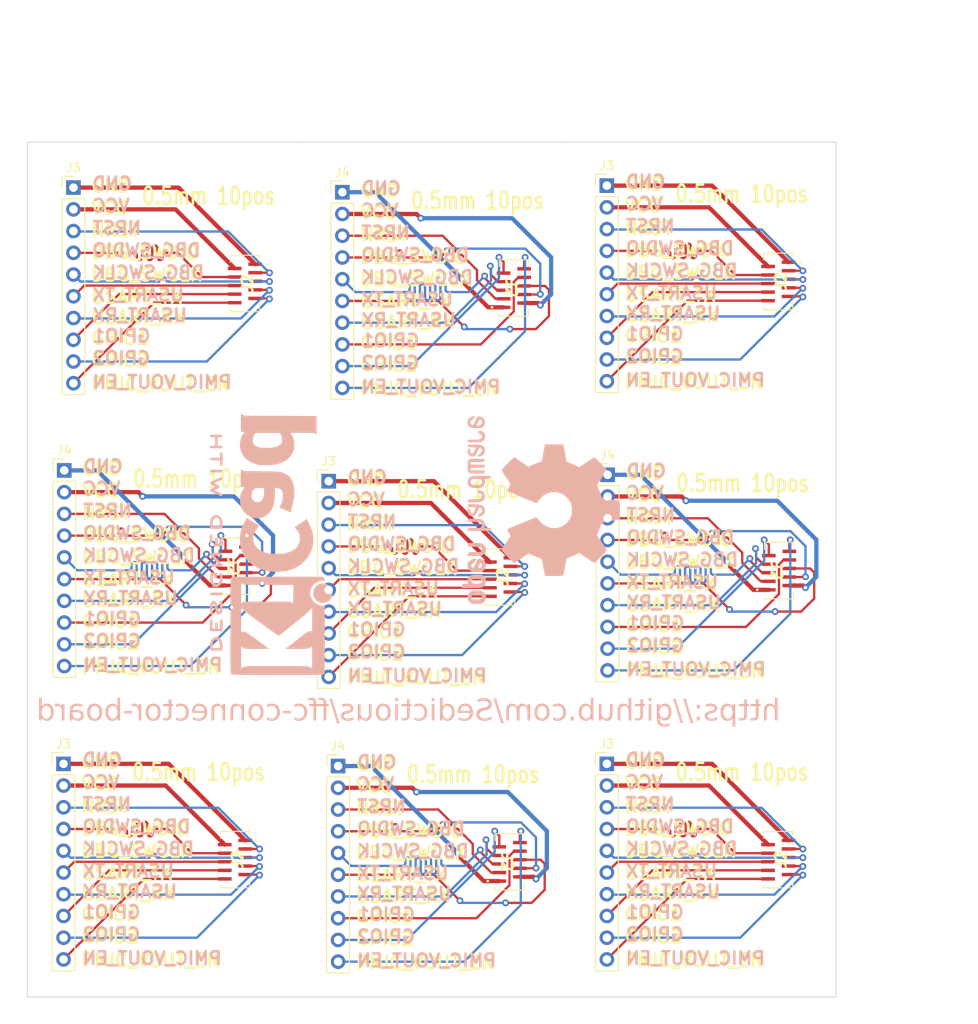
<source format=kicad_pcb>
(kicad_pcb (version 20221018) (generator pcbnew)
  (layers (0 "F.Cu" signal) (31 "B.Cu" signal) (34 "B.Paste" user) (35 "F.Paste" user) (36 "B.SilkS" user "B.Silkscreen") (37 "F.SilkS" user "F.Silkscreen") (38 "B.Mask" user) (39 "F.Mask" user) (44 "Edge.Cuts" user))
  (net 0 "")
  (net 1 "Board_0-Net-(J3-Pin_1)")
  (net 2 "Board_0-Net-(J3-Pin_10)")
  (net 3 "Board_0-Net-(J3-Pin_2)")
  (net 4 "Board_0-Net-(J3-Pin_3)")
  (net 5 "Board_0-Net-(J3-Pin_4)")
  (net 6 "Board_0-Net-(J3-Pin_5)")
  (net 7 "Board_0-Net-(J3-Pin_6)")
  (net 8 "Board_0-Net-(J3-Pin_7)")
  (net 9 "Board_0-Net-(J3-Pin_8)")
  (net 10 "Board_0-Net-(J3-Pin_9)")
  (net 11 "Board_1-Net-(J3-Pin_1)")
  (net 12 "Board_1-Net-(J3-Pin_10)")
  (net 13 "Board_1-Net-(J3-Pin_2)")
  (net 14 "Board_1-Net-(J3-Pin_3)")
  (net 15 "Board_1-Net-(J3-Pin_4)")
  (net 16 "Board_1-Net-(J3-Pin_5)")
  (net 17 "Board_1-Net-(J3-Pin_6)")
  (net 18 "Board_1-Net-(J3-Pin_7)")
  (net 19 "Board_1-Net-(J3-Pin_8)")
  (net 20 "Board_1-Net-(J3-Pin_9)")
  (footprint "Connector_PinHeader_2.54mm:PinHeader_1x10_P2.54mm_Vertical" (layer "F.Cu") (at 168.975 92.644)
    (fp_text reference "J3")
    (fp_text value "Conn_01x10_Male")
  )
  (footprint "SamacSys_Parts:781191020" (layer "F.Cu") (at 156.503 70.821 -90)
    (fp_text reference "J2")
    (fp_text value "78119-1020" hide)
  )
  (footprint "Connector_PinHeader_2.54mm:PinHeader_1x10_P2.54mm_Vertical" (layer "F.Cu") (at 169.0605 58.8695)
    (fp_text reference "J4")
    (fp_text value "Conn_01x10_Male")
  )
  (footprint "SamacSys_Parts:781191020" (layer "F.Cu") (at 125.6005 69.5585 90)
    (fp_text reference "J2")
    (fp_text value "78119-1020" hide)
  )
  (footprint "Connector_PinHeader_2.54mm:PinHeader_1x10_P2.54mm_Vertical" (layer "F.Cu") (at 106.635 25.314)
    (fp_text reference "J3")
    (fp_text value "Conn_01x10_Male")
  )
  (footprint "Connector_PinHeader_2.54mm:PinHeader_1x10_P2.54mm_Vertical" (layer "F.Cu") (at 168.975 25.08)
    (fp_text reference "J3")
    (fp_text value "Conn_01x10_Male")
  )
  (footprint "SamacSys_Parts:781191020" (layer "F.Cu") (at 126.675 36.511 -90)
    (fp_text reference "J2")
    (fp_text value "78119-1020" hide)
  )
  (footprint "Connector_PinHeader_2.54mm:PinHeader_1x10_P2.54mm_Vertical" (layer "F.Cu") (at 105.5605 58.3615)
    (fp_text reference "J4")
    (fp_text value "Conn_01x10_Male")
  )
  (footprint "SamacSys_Parts:781191020" (layer "F.Cu") (at 189.015 36.277 -90)
    (fp_text reference "J2")
    (fp_text value "78119-1020" hide)
  )
  (footprint "SamacSys_Parts:781191020" (layer "F.Cu") (at 157.6045 104.1025 90)
    (fp_text reference "J2")
    (fp_text value "78119-1020" hide)
  )
  (footprint "Connector_PinHeader_2.54mm:PinHeader_1x10_P2.54mm_Vertical" (layer "F.Cu") (at 138.065 25.857)
    (fp_text reference "J4")
    (fp_text value "Conn_01x10_Male")
  )
  (footprint "SamacSys_Parts:781191020" (layer "F.Cu") (at 189.015 103.841 -90)
    (fp_text reference "J2")
    (fp_text value "78119-1020" hide)
  )
  (footprint "Connector_PinHeader_2.54mm:PinHeader_1x10_P2.54mm_Vertical" (layer "F.Cu") (at 105.475 92.644)
    (fp_text reference "J3")
    (fp_text value "Conn_01x10_Male")
  )
  (footprint "Connector_PinHeader_2.54mm:PinHeader_1x10_P2.54mm_Vertical" (layer "F.Cu") (at 137.5645 92.9055)
    (fp_text reference "J4")
    (fp_text value "Conn_01x10_Male")
  )
  (footprint "SamacSys_Parts:781191020" (layer "F.Cu") (at 158.105 37.054 90)
    (fp_text reference "J2")
    (fp_text value "78119-1020" hide)
  )
  (footprint "SamacSys_Parts:781191020" (layer "F.Cu") (at 189.1005 70.0665 90)
    (fp_text reference "J2")
    (fp_text value "78119-1020" hide)
  )
  (footprint "SamacSys_Parts:781191020" (layer "F.Cu") (at 125.515 103.841 -90)
    (fp_text reference "J2")
    (fp_text value "78119-1020" hide)
  )
  (footprint "Connector_PinHeader_2.54mm:PinHeader_1x10_P2.54mm_Vertical" (layer "F.Cu") (at 136.463 59.624)
    (fp_text reference "J3")
    (fp_text value "Conn_01x10_Male")
  )
  (footprint "Symbol:KiCad-Logo2_12mm_SilkScreen" (layer "B.Cu") (at 130.982894 67.014893 90)
    (fp_text reference "REF**" hide)
    (fp_text value "KiCad-Logo2_12mm_SilkScreen" hide)
  )
  (footprint "Symbol:OSHW-Logo2_24.3x20mm_SilkScreen" (layer "B.Cu") (at 161.25 63 90)
    (fp_text reference "REF**" hide)
    (fp_text value "OSHW-Logo2_24.3x20mm_SilkScreen" hide)
  )
  (gr_line (start 101.25 86.6) (end 101.25 119.9) (stroke (width 0.1)) (layer "Edge.Cuts"))
  (gr_line (start 195.75 53.3) (end 195.75 20) (stroke (width 0.1)) (layer "Edge.Cuts"))
  (gr_line (start 132.75 20) (end 101.25 20) (stroke (width 0.1)) (layer "Edge.Cuts"))
  (gr_line (start 164.25 20) (end 132.75 20) (stroke (width 0.1)) (layer "Edge.Cuts"))
  (gr_line (start 101.25 86.6) (end 101.25 86.6) (stroke (width 0.1)) (layer "Edge.Cuts"))
  (gr_line (start 195.75 86.6) (end 195.75 53.3) (stroke (width 0.1)) (layer "Edge.Cuts"))
  (gr_line (start 101.25 53.3) (end 101.25 86.6) (stroke (width 0.1)) (layer "Edge.Cuts"))
  (gr_line (start 101.25 20) (end 101.25 53.3) (stroke (width 0.1)) (layer "Edge.Cuts"))
  (gr_line (start 132.75 119.9) (end 164.25 119.9) (stroke (width 0.1)) (layer "Edge.Cuts"))
  (gr_line (start 195.75 119.9) (end 195.75 86.6) (stroke (width 0.1)) (layer "Edge.Cuts"))
  (gr_line (start 164.25 119.9) (end 195.75 119.9) (stroke (width 0.1)) (layer "Edge.Cuts"))
  (gr_line (start 195.75 20) (end 164.25 20) (stroke (width 0.1)) (layer "Edge.Cuts"))
  (gr_line (start 101.25 119.9) (end 132.75 119.9) (stroke (width 0.1)) (layer "Edge.Cuts"))
  (gr_text "DBG_SWCLK" (at 177.731428 35.005) (layer "B.SilkS") (effects (font (size 1.5 1.5) (thickness 0.3)) (justify mirror)))
  (gr_text "USART_TX\n" (at 113.138357 70.8865) (layer "B.SilkS") (effects (font (size 1.5 1.5) (thickness 0.3)) (justify mirror)))
  (gr_text "GPIO2" (at 111.174071 78.2865) (layer "B.SilkS") (effects (font (size 1.5 1.5) (thickness 0.3)) (justify mirror)))
  (gr_text "DBG_SWDIO\n" (at 114.017143 99.969) (layer "B.SilkS") (effects (font (size 1.5 1.5) (thickness 0.3)) (justify mirror)))
  (gr_text "NRST\n" (at 174.138357 63.5945) (layer "B.SilkS") (effects (font (size 1.5 1.5) (thickness 0.3)) (justify mirror)))
  (gr_text "VCC" (at 173.374285 94.769) (layer "B.SilkS") (effects (font (size 1.5 1.5) (thickness 0.3)) (justify mirror)))
  (gr_text "USART_RX\n" (at 176.816928 73.7945) (layer "B.SilkS") (effects (font (size 1.5 1.5) (thickness 0.3)) (justify mirror)))
  (gr_text "GPIO2" (at 142.076571 79.549) (layer "B.SilkS") (effects (font (size 1.5 1.5) (thickness 0.3)) (justify mirror)))
  (gr_text "NRST\n" (at 110.638357 63.0865) (layer "B.SilkS") (effects (font (size 1.5 1.5) (thickness 0.3)) (justify mirror)))
  (gr_text "GND" (at 142.106643 92.4305) (layer "B.SilkS") (effects (font (size 1.5 1.5) (thickness 0.3)) (justify mirror)))
  (gr_text "NRST\n" (at 110.552857 97.369) (layer "B.SilkS") (effects (font (size 1.5 1.5) (thickness 0.3)) (justify mirror)))
  (gr_text "GND" (at 173.602643 58.3945) (layer "B.SilkS") (effects (font (size 1.5 1.5) (thickness 0.3)) (justify mirror)))
  (gr_text "PMIC_VOUT_EN" (at 146.826571 82.349) (layer "B.SilkS") (effects (font (size 1.5 1.5) (thickness 0.3)) (justify mirror)))
  (gr_text "GPIO1" (at 143.678571 43.182) (layer "B.SilkS") (effects (font (size 1.5 1.5) (thickness 0.3)) (justify mirror)))
  (gr_text "GND" (at 110.017143 92.169) (layer "B.SilkS") (effects (font (size 1.5 1.5) (thickness 0.3)) (justify mirror)))
  (gr_text "USART_TX\n" (at 144.040857 72.149) (layer "B.SilkS") (effects (font (size 1.5 1.5) (thickness 0.3)) (justify mirror)))
  (gr_text "DBG_SWCLK" (at 146.320928 102.8305) (layer "B.SilkS") (effects (font (size 1.5 1.5) (thickness 0.3)) (justify mirror)))
  (gr_text "DBG_SWDIO\n" (at 177.517143 32.405) (layer "B.SilkS") (effects (font (size 1.5 1.5) (thickness 0.3)) (justify mirror)))
  (gr_text "GPIO1" (at 174.674071 76.1945) (layer "B.SilkS") (effects (font (size 1.5 1.5) (thickness 0.3)) (justify mirror)))
  (gr_text "GPIO2" (at 112.248571 45.239) (layer "B.SilkS") (effects (font (size 1.5 1.5) (thickness 0.3)) (justify mirror)))
  (gr_text "GPIO2" (at 174.588571 45.005) (layer "B.SilkS") (effects (font (size 1.5 1.5) (thickness 0.3)) (justify mirror)))
  (gr_text "NRST\n" (at 142.642357 97.6305) (layer "B.SilkS") (effects (font (size 1.5 1.5) (thickness 0.3)) (justify mirror)))
  (gr_text "GND" (at 173.517143 24.605) (layer "B.SilkS") (effects (font (size 1.5 1.5) (thickness 0.3)) (justify mirror)))
  (gr_text "DBG_SWCLK" (at 145.219428 69.549) (layer "B.SilkS") (effects (font (size 1.5 1.5) (thickness 0.3)) (justify mirror)))
  (gr_text "USART_RX\n" (at 145.320928 107.8305) (layer "B.SilkS") (effects (font (size 1.5 1.5) (thickness 0.3)) (justify mirror)))
  (gr_text "PMIC_VOUT_EN" (at 179.338571 115.369) (layer "B.SilkS") (effects (font (size 1.5 1.5) (thickness 0.3)) (justify mirror)))
  (gr_text "NRST\n" (at 111.712857 30.039) (layer "B.SilkS") (effects (font (size 1.5 1.5) (thickness 0.3)) (justify mirror)))
  (gr_text "DBG_SWDIO\n" (at 145.005143 66.949) (layer "B.SilkS") (effects (font (size 1.5 1.5) (thickness 0.3)) (justify mirror)))
  (gr_text "VCC" (at 173.374285 27.205) (layer "B.SilkS") (effects (font (size 1.5 1.5) (thickness 0.3)) (justify mirror)))
  (gr_text "USART_TX\n" (at 114.212857 37.839) (layer "B.SilkS") (effects (font (size 1.5 1.5) (thickness 0.3)) (justify mirror)))
  (gr_text "USART_RX\n" (at 113.231428 107.569) (layer "B.SilkS") (effects (font (size 1.5 1.5) (thickness 0.3)) (justify mirror)))
  (gr_text "GPIO1" (at 111.174071 75.6865) (layer "B.SilkS") (effects (font (size 1.5 1.5) (thickness 0.3)) (justify mirror)))
  (gr_text "GPIO1" (at 143.178071 110.2305) (layer "B.SilkS") (effects (font (size 1.5 1.5) (thickness 0.3)) (justify mirror)))
  (gr_text "PMIC_VOUT_EN" (at 147.928071 115.6305) (layer "B.SilkS") (effects (font (size 1.5 1.5) (thickness 0.3)) (justify mirror)))
  (gr_text "USART_TX\n" (at 176.638357 71.3945) (layer "B.SilkS") (effects (font (size 1.5 1.5) (thickness 0.3)) (justify mirror)))
  (gr_text "USART_TX\n" (at 145.142357 105.4305) (layer "B.SilkS") (effects (font (size 1.5 1.5) (thickness 0.3)) (justify mirror)))
  (gr_text "USART_TX\n" (at 113.052857 105.169) (layer "B.SilkS") (effects (font (size 1.5 1.5) (thickness 0.3)) (justify mirror)))
  (gr_text "USART_RX\n" (at 176.731428 107.569) (layer "B.SilkS") (effects (font (size 1.5 1.5) (thickness 0.3)) (justify mirror)))
  (gr_text "VCC" (at 173.459785 60.9945) (layer "B.SilkS") (effects (font (size 1.5 1.5) (thickness 0.3)) (justify mirror)))
  (gr_text "NRST\n" (at 143.142857 30.582) (layer "B.SilkS") (effects (font (size 1.5 1.5) (thickness 0.3)) (justify mirror)))
  (gr_text "VCC" (at 142.464285 27.982) (layer "B.SilkS") (effects (font (size 1.5 1.5) (thickness 0.3)) (justify mirror)))
  (gr_text "DBG_SWCLK" (at 115.391428 35.239) (layer "B.SilkS") (effects (font (size 1.5 1.5) (thickness 0.3)) (justify mirror)))
  (gr_text "DBG_SWCLK" (at 177.816928 68.7945) (layer "B.SilkS") (effects (font (size 1.5 1.5) (thickness 0.3)) (justify mirror)))
  (gr_text "DBG_SWDIO\n" (at 114.102643 65.6865) (layer "B.SilkS") (effects (font (size 1.5 1.5) (thickness 0.3)) (justify mirror)))
  (gr_text "VCC" (at 140.862285 61.749) (layer "B.SilkS") (effects (font (size 1.5 1.5) (thickness 0.3)) (justify mirror)))
  (gr_text "PMIC_VOUT_EN" (at 179.424071 81.5945) (layer "B.SilkS") (effects (font (size 1.5 1.5) (thickness 0.3)) (justify mirror)))
  (gr_text "DBG_SWDIO\n" (at 146.607143 33.182) (layer "B.SilkS") (effects (font (size 1.5 1.5) (thickness 0.3)) (justify mirror)))
  (gr_text "GPIO1" (at 112.248571 42.639) (layer "B.SilkS") (effects (font (size 1.5 1.5) (thickness 0.3)) (justify mirror)))
  (gr_text "DBG_SWDIO\n" (at 177.517143 99.969) (layer "B.SilkS") (effects (font (size 1.5 1.5) (thickness 0.3)) (justify mirror)))
  (gr_text "GPIO2" (at 111.088571 112.569) (layer "B.SilkS") (effects (font (size 1.5 1.5) (thickness 0.3)) (justify mirror)))
  (gr_text "VCC" (at 141.963785 95.0305) (layer "B.SilkS") (effects (font (size 1.5 1.5) (thickness 0.3)) (justify mirror)))
  (gr_text "USART_RX\n" (at 114.391428 40.239) (layer "B.SilkS") (effects (font (size 1.5 1.5) (thickness 0.3)) (justify mirror)))
  (gr_text "PMIC_VOUT_EN" (at 115.924071 81.0865) (layer "B.SilkS") (effects (font (size 1.5 1.5) (thickness 0.3)) (justify mirror)))
  (gr_text "VCC" (at 109.959785 60.4865) (layer "B.SilkS") (effects (font (size 1.5 1.5) (thickness 0.3)) (justify mirror)))
  (gr_text "GPIO1" (at 111.088571 109.969) (layer "B.SilkS") (effects (font (size 1.5 1.5) (thickness 0.3)) (justify mirror)))
  (gr_text "USART_RX\n" (at 113.316928 73.2865) (layer "B.SilkS") (effects (font (size 1.5 1.5) (thickness 0.3)) (justify mirror)))
  (gr_text "USART_TX\n" (at 176.552857 37.605) (layer "B.SilkS") (effects (font (size 1.5 1.5) (thickness 0.3)) (justify mirror)))
  (gr_text "GPIO2" (at 143.678571 45.782) (layer "B.SilkS") (effects (font (size 1.5 1.5) (thickness 0.3)) (justify mirror)))
  (gr_text "DBG_SWDIO\n" (at 115.177143 32.639) (layer "B.SilkS") (effects (font (size 1.5 1.5) (thickness 0.3)) (justify mirror)))
  (gr_text "GND" (at 110.102643 57.8865) (layer "B.SilkS") (effects (font (size 1.5 1.5) (thickness 0.3)) (justify mirror)))
  (gr_text "NRST\n" (at 174.052857 97.369) (layer "B.SilkS") (effects (font (size 1.5 1.5) (thickness 0.3)) (justify mirror)))
  (gr_text "GPIO1" (at 142.076571 76.949) (layer "B.SilkS") (effects (font (size 1.5 1.5) (thickness 0.3)) (justify mirror)))
  (gr_text "VCC" (at 111.034285 27.439) (layer "B.SilkS") (effects (font (size 1.5 1.5) (thickness 0.3)) (justify mirror)))
  (gr_text "DBG_SWDIO\n" (at 177.602643 66.1945) (layer "B.SilkS") (effects (font (size 1.5 1.5) (thickness 0.3)) (justify mirror)))
  (gr_text "PMIC_VOUT_EN" (at 115.838571 115.369) (layer "B.SilkS") (effects (font (size 1.5 1.5) (thickness 0.3)) (justify mirror)))
  (gr_text "GND" (at 142.607143 25.382) (layer "B.SilkS") (effects (font (size 1.5 1.5) (thickness 0.3)) (justify mirror)))
  (gr_text "NRST\n" (at 141.540857 64.349) (layer "B.SilkS") (effects (font (size 1.5 1.5) (thickness 0.3)) (justify mirror)))
  (gr_text "USART_RX\n" (at 144.219428 74.549) (layer "B.SilkS") (effects (font (size 1.5 1.5) (thickness 0.3)) (justify mirror)))
  (gr_text "GPIO2" (at 143.178071 112.8305) (layer "B.SilkS") (effects (font (size 1.5 1.5) (thickness 0.3)) (justify mirror)))
  (gr_text "GND" (at 173.517143 92.169) (layer "B.SilkS") (effects (font (size 1.5 1.5) (thickness 0.3)) (justify mirror)))
  (gr_text "GND" (at 141.005143 59.149) (layer "B.SilkS") (effects (font (size 1.5 1.5) (thickness 0.3)) (justify mirror)))
  (gr_text "PMIC_VOUT_EN" (at 179.338571 47.805) (layer "B.SilkS") (effects (font (size 1.5 1.5) (thickness 0.3)) (justify mirror)))
  (gr_text "DBG_SWCLK" (at 114.231428 102.569) (layer "B.SilkS") (effects (font (size 1.5 1.5) (thickness 0.3)) (justify mirror)))
  (gr_text "DBG_SWCLK" (at 146.821428 35.782) (layer "B.SilkS") (effects (font (size 1.5 1.5) (thickness 0.3)) (justify mirror)))
  (gr_text "PMIC_VOUT_EN" (at 116.998571 48.039) (layer "B.SilkS") (effects (font (size 1.5 1.5) (thickness 0.3)) (justify mirror)))
  (gr_text "USART_TX\n" (at 176.552857 105.169) (layer "B.SilkS") (effects (font (size 1.5 1.5) (thickness 0.3)) (justify mirror)))
  (gr_text "GPIO1" (at 174.588571 42.405) (layer "B.SilkS") (effects (font (size 1.5 1.5) (thickness 0.3)) (justify mirror)))
  (gr_text "GND" (at 111.177143 24.839) (layer "B.SilkS") (effects (font (size 1.5 1.5) (thickness 0.3)) (justify mirror)))
  (gr_text "USART_TX\n" (at 145.642857 38.382) (layer "B.SilkS") (effects (font (size 1.5 1.5) (thickness 0.3)) (justify mirror)))
  (gr_text "DBG_SWDIO\n" (at 146.106643 100.2305) (layer "B.SilkS") (effects (font (size 1.5 1.5) (thickness 0.3)) (justify mirror)))
  (gr_text "DBG_SWCLK" (at 177.731428 102.569) (layer "B.SilkS") (effects (font (size 1.5 1.5) (thickness 0.3)) (justify mirror)))
  (gr_text "DBG_SWCLK" (at 114.316928 68.2865) (layer "B.SilkS") (effects (font (size 1.5 1.5) (thickness 0.3)) (justify mirror)))
  (gr_text "PMIC_VOUT_EN" (at 148.428571 48.582) (layer "B.SilkS") (effects (font (size 1.5 1.5) (thickness 0.3)) (justify mirror)))
  (gr_text "GPIO1" (at 174.588571 109.969) (layer "B.SilkS") (effects (font (size 1.5 1.5) (thickness 0.3)) (justify mirror)))
  (gr_text "GPIO2" (at 174.674071 78.7945) (layer "B.SilkS") (effects (font (size 1.5 1.5) (thickness 0.3)) (justify mirror)))
  (gr_text "GPIO2" (at 174.588571 112.569) (layer "B.SilkS") (effects (font (size 1.5 1.5) (thickness 0.3)) (justify mirror)))
  (gr_text "https://github.com/Sedictious/ffc-connector-board" (at 189.25 88) (layer "B.SilkS") (effects (font (size 2.5 2.5)) (justify left bottom mirror)))
  (gr_text "VCC" (at 109.874285 94.769) (layer "B.SilkS") (effects (font (size 1.5 1.5) (thickness 0.3)) (justify mirror)))
  (gr_text "USART_RX\n" (at 145.821428 40.782) (layer "B.SilkS") (effects (font (size 1.5 1.5) (thickness 0.3)) (justify mirror)))
  (gr_text "NRST\n" (at 174.052857 29.805) (layer "B.SilkS") (effects (font (size 1.5 1.5) (thickness 0.3)) (justify mirror)))
  (gr_text "USART_RX\n" (at 176.731428 40.005) (layer "B.SilkS") (effects (font (size 1.5 1.5) (thickness 0.3)) (justify mirror)))
  (gr_text "PMIC_VOUT_EN" (at 146.655143 82.604) (layer "F.SilkS") (effects (font (size 1.5 1.5) (thickness 0.3))))
  (gr_text "USART_RX\n" (at 176.6455 74.0495) (layer "F.SilkS") (effects (font (size 1.5 1.5) (thickness 0.3))))
  (gr_text "0.5mm 10pos" (at 121.3455 59.3415) (layer "F.SilkS") (effects (font (size 2 1.5) (thickness 0.3))))
  (gr_text "GND" (at 109.845714 92.424) (layer "F.SilkS") (effects (font (size 1.5 1.5) (thickness 0.3))))
  (gr_text "USART_RX\n" (at 114.22 40.494) (layer "F.SilkS") (effects (font (size 1.5 1.5) (thickness 0.3))))
  (gr_text "DBG_SWCLK" (at 114.06 102.824) (layer "F.SilkS") (effects (font (size 1.5 1.5) (thickness 0.3))))
  (gr_text "VCC" (at 140.690857 62.004) (layer "F.SilkS") (effects (font (size 1.5 1.5) (thickness 0.3))))
  (gr_text "USART_TX\n" (at 112.966928 71.1415) (layer "F.SilkS") (effects (font (size 1.5 1.5) (thickness 0.3))))
  (gr_text "PMIC_VOUT_EN" (at 179.252643 81.8495) (layer "F.SilkS") (effects (font (size 1.5 1.5) (thickness 0.3))))
  (gr_text "DBG_SWCLK" (at 146.1495 103.0855) (layer "F.SilkS") (effects (font (size 1.5 1.5) (thickness 0.3))))
  (gr_text "0.5mm 10pos" (at 121.26 93.624) (layer "F.SilkS") (effects (font (size 2 1.5) (thickness 0.3))))
  (gr_text "GPIO2" (at 110.917143 112.824) (layer "F.SilkS") (effects (font (size 1.5 1.5) (thickness 0.3))))
  (gr_text "VCC" (at 141.792357 95.2855) (layer "F.SilkS") (effects (font (size 1.5 1.5) (thickness 0.3))))
  (gr_text "DBG_SWDIO\n" (at 113.931214 65.9415) (layer "F.SilkS") (effects (font (size 1.5 1.5) (thickness 0.3))))
  (gr_text "0.5mm 10pos" (at 152.248 60.604) (layer "F.SilkS") (effects (font (size 2 1.5) (thickness 0.3))))
  (gr_text "PMIC_VOUT_EN" (at 115.667143 115.624) (layer "F.SilkS") (effects (font (size 1.5 1.5) (thickness 0.3))))
  (gr_text "USART_RX\n" (at 113.1455 73.5415) (layer "F.SilkS") (effects (font (size 1.5 1.5) (thickness 0.3))))
  (gr_text "NRST\n" (at 110.381428 97.624) (layer "F.SilkS") (effects (font (size 1.5 1.5) (thickness 0.3))))
  (gr_text "DBG_SWDIO\n" (at 145.935214 100.4855) (layer "F.SilkS") (effects (font (size 1.5 1.5) (thickness 0.3))))
  (gr_text "DBG_SWCLK" (at 177.56 102.824) (layer "F.SilkS") (effects (font (size 1.5 1.5) (thickness 0.3))))
  (gr_text "PMIC_VOUT_EN" (at 148.257143 48.837) (layer "F.SilkS") (effects (font (size 1.5 1.5) (thickness 0.3))))
  (gr_text "VCC" (at 173.202857 27.46) (layer "F.SilkS") (effects (font (size 1.5 1.5) (thickness 0.3))))
  (gr_text "PMIC_VOUT_EN" (at 179.167143 48.06) (layer "F.SilkS") (effects (font (size 1.5 1.5) (thickness 0.3))))
  (gr_text "USART_RX\n" (at 144.048 74.804) (layer "F.SilkS") (effects (font (size 1.5 1.5) (thickness 0.3))))
  (gr_text "VCC" (at 173.288357 61.2495) (layer "F.SilkS") (effects (font (size 1.5 1.5) (thickness 0.3))))
  (gr_text "0.5mm 10pos" (at 184.76 93.624) (layer "F.SilkS") (effects (font (size 2 1.5) (thickness 0.3))))
  (gr_text "PMIC_VOUT_EN" (at 115.752643 81.3415) (layer "F.SilkS") (effects (font (size 1.5 1.5) (thickness 0.3))))
  (gr_text "DBG_SWDIO\n" (at 113.845714 100.224) (layer "F.SilkS") (effects (font (size 1.5 1.5) (thickness 0.3))))
  (gr_text "GPIO2" (at 112.077143 45.494) (layer "F.SilkS") (effects (font (size 1.5 1.5) (thickness 0.3))))
  (gr_text "GND" (at 173.431214 58.6495) (layer "F.SilkS") (effects (font (size 1.5 1.5) (thickness 0.3))))
  (gr_text "GPIO2" (at 111.002643 78.5415) (layer "F.SilkS") (effects (font (size 1.5 1.5) (thickness 0.3))))
  (gr_text "USART_TX\n" (at 144.970928 105.6855) (layer "F.SilkS") (effects (font (size 1.5 1.5) (thickness 0.3))))
  (gr_text "PMIC_VOUT_EN" (at 116.827143 48.294) (layer "F.SilkS") (effects (font (size 1.5 1.5) (thickness 0.3))))
  (gr_text "GND" (at 111.005714 25.094) (layer "F.SilkS") (effects (font (size 1.5 1.5) (thickness 0.3))))
  (gr_text "GPIO1" (at 174.502643 76.4495) (layer "F.SilkS") (effects (font (size 1.5 1.5) (thickness 0.3))))
  (gr_text "GPIO1" (at 174.417143 110.224) (layer "F.SilkS") (effects (font (size 1.5 1.5) (thickness 0.3))))
  (gr_text "GND" (at 109.931214 58.1415) (layer "F.SilkS") (effects (font (size 1.5 1.5) (thickness 0.3))))
  (gr_text "GPIO1" (at 143.006643 110.4855) (layer "F.SilkS") (effects (font (size 1.5 1.5) (thickness 0.3))))
  (gr_text "GPIO1" (at 112.077143 42.894) (layer "F.SilkS") (effects (font (size 1.5 1.5) (thickness 0.3))))
  (gr_text "USART_TX\n" (at 114.041428 38.094) (layer "F.SilkS") (effects (font (size 1.5 1.5) (thickness 0.3))))
  (gr_text "GND" (at 173.345714 92.424) (layer "F.SilkS") (effects (font (size 1.5 1.5) (thickness 0.3))))
  (gr_text "GND" (at 141.935214 92.6855) (layer "F.SilkS") (effects (font (size 1.5 1.5) (thickness 0.3))))
  (gr_text "VCC" (at 142.292857 28.237) (layer "F.SilkS") (effects (font (size 1.5 1.5) (thickness 0.3))))
  (gr_text "GPIO1" (at 141.905143 77.204) (layer "F.SilkS") (effects (font (size 1.5 1.5) (thickness 0.3))))
  (gr_text "GPIO2" (at 143.507143 46.037) (layer "F.SilkS") (effects (font (size 1.5 1.5) (thickness 0.3))))
  (gr_text "GND" (at 142.435714 25.637) (layer "F.SilkS") (effects (font (size 1.5 1.5) (thickness 0.3))))
  (gr_text "NRST\n" (at 173.881428 30.06) (layer "F.SilkS") (effects (font (size 1.5 1.5) (thickness 0.3))))
  (gr_text "DBG_SWCLK" (at 115.22 35.494) (layer "F.SilkS") (effects (font (size 1.5 1.5) (thickness 0.3))))
  (gr_text "GPIO1" (at 174.417143 42.66) (layer "F.SilkS") (effects (font (size 1.5 1.5) (thickness 0.3))))
  (gr_text "USART_TX\n" (at 176.381428 105.424) (layer "F.SilkS") (effects (font (size 1.5 1.5) (thickness 0.3))))
  (gr_text "GND" (at 140.833714 59.404) (layer "F.SilkS") (effects (font (size 1.5 1.5) (thickness 0.3))))
  (gr_text "NRST\n" (at 110.466928 63.3415) (layer "F.SilkS") (effects (font (size 1.5 1.5) (thickness 0.3))))
  (gr_text "NRST\n" (at 142.470928 97.8855) (layer "F.SilkS") (effects (font (size 1.5 1.5) (thickness 0.3))))
  (gr_text "DBG_SWDIO\n" (at 146.435714 33.437) (layer "F.SilkS") (effects (font (size 1.5 1.5) (thickness 0.3))))
  (gr_text "USART_TX\n" (at 143.869428 72.404) (layer "F.SilkS") (effects (font (size 1.5 1.5) (thickness 0.3))))
  (gr_text "USART_TX\n" (at 176.381428 37.86) (layer "F.SilkS") (effects (font (size 1.5 1.5) (thickness 0.3))))
  (gr_text "GPIO2" (at 174.417143 45.26) (layer "F.SilkS") (effects (font (size 1.5 1.5) (thickness 0.3))))
  (gr_text "VCC" (at 109.788357 60.7415) (layer "F.SilkS") (effects (font (size 1.5 1.5) (thickness 0.3))))
  (gr_text "GPIO2" (at 174.502643 79.0495) (layer "F.SilkS") (effects (font (size 1.5 1.5) (thickness 0.3))))
  (gr_text "0.5mm 10pos" (at 153.3495 93.8855) (layer "F.SilkS") (effects (font (size 2 1.5) (thickness 0.3))))
  (gr_text "GND" (at 173.345714 24.86) (layer "F.SilkS") (effects (font (size 1.5 1.5) (thickness 0.3))))
  (gr_text "USART_RX\n" (at 145.65 41.037) (layer "F.SilkS") (effects (font (size 1.5 1.5) (thickness 0.3))))
  (gr_text "USART_TX\n" (at 145.471428 38.637) (layer "F.SilkS") (effects (font (size 1.5 1.5) (thickness 0.3))))
  (gr_text "PMIC_VOUT_EN" (at 147.756643 115.8855) (layer "F.SilkS") (effects (font (size 1.5 1.5) (thickness 0.3))))
  (gr_text "GPIO1" (at 143.507143 43.437) (layer "F.SilkS") (effects (font (size 1.5 1.5) (thickness 0.3))))
  (gr_text "0.5mm 10pos" (at 184.8455 59.8495) (layer "F.SilkS") (effects (font (size 2 1.5) (thickness 0.3))))
  (gr_text "GPIO2" (at 141.905143 79.804) (layer "F.SilkS") (effects (font (size 1.5 1.5) (thickness 0.3))))
  (gr_text "0.5mm 10pos" (at 122.42 26.294) (layer "F.SilkS") (effects (font (size 2 1.5) (thickness 0.3))))
  (gr_text "NRST\n" (at 142.971428 30.837) (layer "F.SilkS") (effects (font (size 1.5 1.5) (thickness 0.3))))
  (gr_text "0.5mm 10pos" (at 184.76 26.06) (layer "F.SilkS") (effects (font (size 2 1.5) (thickness 0.3))))
  (gr_text "DBG_SWDIO\n" (at 177.345714 32.66) (layer "F.SilkS") (effects (font (size 1.5 1.5) (thickness 0.3))))
  (gr_text "DBG_SWDIO\n" (at 177.431214 66.4495) (layer "F.SilkS") (effects (font (size 1.5 1.5) (thickness 0.3))))
  (gr_text "NRST\n" (at 111.541428 30.294) (layer "F.SilkS") (effects (font (size 1.5 1.5) (thickness 0.3))))
  (gr_text "NRST\n" (at 173.881428 97.624) (layer "F.SilkS") (effects (font (size 1.5 1.5) (thickness 0.3))))
  (gr_text "GPIO1" (at 111.002643 75.9415) (layer "F.SilkS") (effects (font (size 1.5 1.5) (thickness 0.3))))
  (gr_text "DBG_SWCLK" (at 146.65 36.037) (layer "F.SilkS") (effects (font (size 1.5 1.5) (thickness 0.3))))
  (gr_text "NRST\n" (at 173.966928 63.8495) (layer "F.SilkS") (effects (font (size 1.5 1.5) (thickness 0.3))))
  (gr_text "VCC" (at 109.702857 95.024) (layer "F.SilkS") (effects (font (size 1.5 1.5) (thickness 0.3))))
  (gr_text "DBG_SWDIO\n" (at 144.833714 67.204) (layer "F.SilkS") (effects (font (size 1.5 1.5) (thickness 0.3))))
  (gr_text "USART_RX\n" (at 176.56 40.26) (layer "F.SilkS") (effects (font (size 1.5 1.5) (thickness 0.3))))
  (gr_text "DBG_SWCLK" (at 177.6455 69.0495) (layer "F.SilkS") (effects (font (size 1.5 1.5) (thickness 0.3))))
  (gr_text "VCC" (at 173.202857 95.024) (layer "F.SilkS") (effects (font (size 1.5 1.5) (thickness 0.3))))
  (gr_text "USART_TX\n" (at 112.881428 105.424) (layer "F.SilkS") (effects (font (size 1.5 1.5) (thickness 0.3))))
  (gr_text "PMIC_VOUT_EN" (at 179.167143 115.624) (layer "F.SilkS") (effects (font (size 1.5 1.5) (thickness 0.3))))
  (gr_text "USART_RX\n" (at 113.06 107.824) (layer "F.SilkS") (effects (font (size 1.5 1.5) (thickness 0.3))))
  (gr_text "USART_TX\n" (at 176.466928 71.6495) (layer "F.SilkS") (effects (font (size 1.5 1.5) (thickness 0.3))))
  (gr_text "DBG_SWCLK" (at 145.048 69.804) (layer "F.SilkS") (effects (font (size 1.5 1.5) (thickness 0.3))))
  (gr_text "DBG_SWDIO\n" (at 177.345714 100.224) (layer "F.SilkS") (effects (font (size 1.5 1.5) (thickness 0.3))))
  (gr_text "NRST\n" (at 141.369428 64.604) (layer "F.SilkS") (effects (font (size 1.5 1.5) (thickness 0.3))))
  (gr_text "VCC" (at 110.862857 27.694) (layer "F.SilkS") (effects (font (size 1.5 1.5) (thickness 0.3))))
  (gr_text "DBG_SWDIO\n" (at 115.005714 32.894) (layer "F.SilkS") (effects (font (size 1.5 1.5) (thickness 0.3))))
  (gr_text "DBG_SWCLK" (at 114.1455 68.5415) (layer "F.SilkS") (effects (font (size 1.5 1.5) (thickness 0.3))))
  (gr_text "0.5mm 10pos" (at 153.85 26.837) (layer "F.SilkS") (effects (font (size 2 1.5) (thickness 0.3))))
  (gr_text "GPIO2" (at 143.006643 113.0855) (layer "F.SilkS") (effects (font (size 1.5 1.5) (thickness 0.3))))
  (gr_text "DBG_SWCLK" (at 177.56 35.26) (layer "F.SilkS") (effects (font (size 1.5 1.5) (thickness 0.3))))
  (gr_text "USART_RX\n" (at 145.1495 108.0855) (layer "F.SilkS") (effects (font (size 1.5 1.5) (thickness 0.3))))
  (gr_text "GPIO1" (at 110.917143 110.224) (layer "F.SilkS") (effects (font (size 1.5 1.5) (thickness 0.3))))
  (gr_text "GPIO2" (at 174.417143 112.824) (layer "F.SilkS") (effects (font (size 1.5 1.5) (thickness 0.3))))
  (gr_text "USART_RX\n" (at 176.56 107.824) (layer "F.SilkS") (effects (font (size 1.5 1.5) (thickness 0.3))))
  (segment (start 157.703 68.571) (end 148.756 59.624) (width 0.5) (layer "F.Cu") (net 1))
  (segment (start 190.215 101.591) (end 181.268 92.644) (width 0.5) (layer "F.Cu") (net 1))
  (segment (start 181.268 25.08) (end 168.975 25.08) (width 0.5) (layer "F.Cu") (net 1))
  (segment (start 126.715 101.591) (end 117.768 92.644) (width 0.5) (layer "F.Cu") (net 1))
  (segment (start 148.756 59.624) (end 136.463 59.624) (width 0.5) (layer "F.Cu") (net 1))
  (segment (start 190.215 34.027) (end 181.268 25.08) (width 0.5) (layer "F.Cu") (net 1))
  (segment (start 118.928 25.314) (end 106.635 25.314) (width 0.5) (layer "F.Cu") (net 1))
  (segment (start 117.768 92.644) (end 105.475 92.644) (width 0.5) (layer "F.Cu") (net 1))
  (segment (start 181.268 92.644) (end 168.975 92.644) (width 0.5) (layer "F.Cu") (net 1))
  (segment (start 127.875 34.261) (end 118.928 25.314) (width 0.5) (layer "F.Cu") (net 1))
  (segment (start 187.815 106.091) (end 178.388 106.091) (width 0.27) (layer "F.Cu") (net 2))
  (segment (start 178.388 106.091) (end 168.975 115.504) (width 0.27) (layer "F.Cu") (net 2))
  (segment (start 145.876 73.071) (end 136.463 82.484) (width 0.27) (layer "F.Cu") (net 2))
  (segment (start 125.475 38.761) (end 116.048 38.761) (width 0.27) (layer "F.Cu") (net 2))
  (segment (start 187.815 38.527) (end 178.388 38.527) (width 0.27) (layer "F.Cu") (net 2))
  (segment (start 178.388 38.527) (end 168.975 47.94) (width 0.27) (layer "F.Cu") (net 2))
  (segment (start 124.315 106.091) (end 114.888 106.091) (width 0.27) (layer "F.Cu") (net 2))
  (segment (start 114.888 106.091) (end 105.475 115.504) (width 0.27) (layer "F.Cu") (net 2))
  (segment (start 116.048 38.761) (end 106.635 48.174) (width 0.27) (layer "F.Cu") (net 2))
  (segment (start 155.303 73.071) (end 145.876 73.071) (width 0.27) (layer "F.Cu") (net 2))
  (segment (start 187.815 102.091) (end 180.908 95.184) (width 0.5) (layer "F.Cu") (net 3))
  (segment (start 118.568 27.854) (end 106.635 27.854) (width 0.5) (layer "F.Cu") (net 3))
  (segment (start 117.408 95.184) (end 105.475 95.184) (width 0.5) (layer "F.Cu") (net 3))
  (segment (start 155.303 69.071) (end 148.396 62.164) (width 0.5) (layer "F.Cu") (net 3))
  (segment (start 148.396 62.164) (end 136.463 62.164) (width 0.5) (layer "F.Cu") (net 3))
  (segment (start 125.475 34.761) (end 118.568 27.854) (width 0.5) (layer "F.Cu") (net 3))
  (segment (start 180.908 95.184) (end 168.975 95.184) (width 0.5) (layer "F.Cu") (net 3))
  (segment (start 124.315 102.091) (end 117.408 95.184) (width 0.5) (layer "F.Cu") (net 3))
  (segment (start 180.908 27.62) (end 168.975 27.62) (width 0.5) (layer "F.Cu") (net 3))
  (segment (start 187.815 34.527) (end 180.908 27.62) (width 0.5) (layer "F.Cu") (net 3))
  (segment (start 190.215 35.027) (end 191.871 35.027) (width 0.27) (layer "F.Cu") (net 4))
  (segment (start 129.531 35.261) (end 129.539 35.269) (width 0.27) (layer "F.Cu") (net 4))
  (segment (start 191.871 35.027) (end 191.879 35.035) (width 0.27) (layer "F.Cu") (net 4))
  (segment (start 127.875 35.261) (end 129.531 35.261) (width 0.27) (layer "F.Cu") (net 4))
  (segment (start 126.715 102.591) (end 128.371 102.591) (width 0.27) (layer "F.Cu") (net 4))
  (segment (start 157.703 69.571) (end 159.359 69.571) (width 0.27) (layer "F.Cu") (net 4))
  (segment (start 128.371 102.591) (end 128.379 102.599) (width 0.27) (layer "F.Cu") (net 4))
  (segment (start 159.359 69.571) (end 159.367 69.579) (width 0.27) (layer "F.Cu") (net 4))
  (segment (start 190.215 102.591) (end 191.871 102.591) (width 0.27) (layer "F.Cu") (net 4))
  (segment (start 191.871 102.591) (end 191.879 102.599) (width 0.27) (layer "F.Cu") (net 4))
  (via (at 191.879 35.035) (size 0.8) (drill 0.4) (layers "F.Cu" "B.Cu") (net 4))
  (via (at 129.539 35.269) (size 0.8) (drill 0.4) (layers "F.Cu" "B.Cu") (net 4))
  (via (at 128.379 102.599) (size 0.8) (drill 0.4) (layers "F.Cu" "B.Cu") (net 4))
  (via (at 191.879 102.599) (size 0.8) (drill 0.4) (layers "F.Cu" "B.Cu") (net 4))
  (via (at 159.367 69.579) (size 0.8) (drill 0.4) (layers "F.Cu" "B.Cu") (net 4))
  (segment (start 128.379 102.599) (end 123.553 97.773) (width 0.27) (layer "B.Cu") (net 4))
  (segment (start 123.553 97.773) (end 105.524 97.773) (width 0.27) (layer "B.Cu") (net 4))
  (segment (start 154.541 64.753) (end 136.512 64.753) (width 0.27) (layer "B.Cu") (net 4))
  (segment (start 169.024 30.209) (end 168.975 30.16) (width 0.27) (layer "B.Cu") (net 4))
  (segment (start 191.879 35.035) (end 187.053 30.209) (width 0.27) (layer "B.Cu") (net 4))
  (segment (start 105.524 97.773) (end 105.475 97.724) (width 0.27) (layer "B.Cu") (net 4))
  (segment (start 129.539 35.269) (end 124.713 30.443) (width 0.27) (layer "B.Cu") (net 4))
  (segment (start 159.367 69.579) (end 154.541 64.753) (width 0.27) (layer "B.Cu") (net 4))
  (segment (start 106.684 30.443) (end 106.635 30.394) (width 0.27) (layer "B.Cu") (net 4))
  (segment (start 124.713 30.443) (end 106.684 30.443) (width 0.27) (layer "B.Cu") (net 4))
  (segment (start 169.024 97.773) (end 168.975 97.724) (width 0.27) (layer "B.Cu") (net 4))
  (segment (start 136.512 64.753) (end 136.463 64.704) (width 0.27) (layer "B.Cu") (net 4))
  (segment (start 187.053 30.209) (end 169.024 30.209) (width 0.27) (layer "B.Cu") (net 4))
  (segment (start 191.879 102.599) (end 187.053 97.773) (width 0.27) (layer "B.Cu") (net 4))
  (segment (start 187.053 97.773) (end 169.024 97.773) (width 0.27) (layer "B.Cu") (net 4))
  (segment (start 178.187 99.710568) (end 178.187 100.264) (width 0.27) (layer "F.Cu") (net 5))
  (segment (start 112.887 100.81741) (end 112.887 100.564) (width 0.27) (layer "F.Cu") (net 5))
  (segment (start 117.662 100.264) (end 116.187 100.264) (width 0.27) (layer "F.Cu") (net 5))
  (segment (start 144.475 67.244) (end 144.475 67.79741) (width 0.27) (layer "F.Cu") (net 5))
  (segment (start 114.047 33.48741) (end 114.047 33.234) (width 0.27) (layer "F.Cu") (net 5))
  (segment (start 176.087 100.264) (end 173.670554 100.264) (width 0.27) (layer "F.Cu") (net 5))
  (segment (start 111.330554 32.934) (end 106.635 32.934) (width 0.27) (layer "F.Cu") (net 5))
  (segment (start 177.587 33.25341) (end 177.587 32.7) (width 0.27) (layer "F.Cu") (net 5))
  (segment (start 116.447 33.234) (end 116.447 32.380568) (width 0.27) (layer "F.Cu") (net 5))
  (segment (start 176.387 100.81741) (end 176.387 100.564) (width 0.27) (layer "F.Cu") (net 5))
  (segment (start 177.587 32.7) (end 177.587 32.146568) (width 0.27) (layer "F.Cu") (net 5))
  (segment (start 115.847 32.380568) (end 115.847 32.934) (width 0.27) (layer "F.Cu") (net 5))
  (segment (start 145.675 66.690568) (end 145.675 67.244) (width 0.27) (layer "F.Cu") (net 5))
  (segment (start 173.670554 32.7) (end 168.975 32.7) (width 0.27) (layer "F.Cu") (net 5))
  (segment (start 179.387 100.564) (end 179.387 100.81741) (width 0.27) (layer "F.Cu") (net 5))
  (segment (start 155.303 70.071) (end 151.477 70.071) (width 0.27) (layer "F.Cu") (net 5))
  (segment (start 114.647 32.380568) (end 114.647 32.934) (width 0.27) (layer "F.Cu") (net 5))
  (segment (start 145.075 67.244) (end 145.075 66.690568) (width 0.27) (layer "F.Cu") (net 5))
  (segment (start 114.087 100.81741) (end 114.087 100.264) (width 0.27) (layer "F.Cu") (net 5))
  (segment (start 114.087 100.264) (end 114.087 99.710568) (width 0.27) (layer "F.Cu") (net 5))
  (segment (start 178.787 100.564) (end 178.787 99.710568) (width 0.27) (layer "F.Cu") (net 5))
  (segment (start 146.275 67.79741) (end 146.275 67.544) (width 0.27) (layer "F.Cu") (net 5))
  (segment (start 124.315 103.091) (end 120.489 103.091) (width 0.27) (layer "F.Cu") (net 5))
  (segment (start 115.847 32.934) (end 115.847 33.48741) (width 0.27) (layer "F.Cu") (net 5))
  (segment (start 120.489 103.091) (end 117.662 100.264) (width 0.27) (layer "F.Cu") (net 5))
  (segment (start 113.747 32.934) (end 111.330554 32.934) (width 0.27) (layer "F.Cu") (net 5))
  (segment (start 141.158554 67.244) (end 136.463 67.244) (width 0.27) (layer "F.Cu") (net 5))
  (segment (start 144.475 66.690568) (end 144.475 67.244) (width 0.27) (layer "F.Cu") (net 5))
  (segment (start 177.587 100.264) (end 177.587 99.710568) (width 0.27) (layer "F.Cu") (net 5))
  (segment (start 113.487 99.710568) (end 113.487 100.264) (width 0.27) (layer "F.Cu") (net 5))
  (segment (start 145.075 67.79741) (end 145.075 67.244) (width 0.27) (layer "F.Cu") (net 5))
  (segment (start 183.989 35.527) (end 181.162 32.7) (width 0.27) (layer "F.Cu") (net 5))
  (segment (start 178.787 33) (end 178.787 32.146568) (width 0.27) (layer "F.Cu") (net 5))
  (segment (start 176.987 100.264) (end 176.987 100.81741) (width 0.27) (layer "F.Cu") (net 5))
  (segment (start 181.162 100.264) (end 179.687 100.264) (width 0.27) (layer "F.Cu") (net 5))
  (segment (start 125.475 35.761) (end 121.649 35.761) (width 0.27) (layer "F.Cu") (net 5))
  (segment (start 118.822 32.934) (end 117.347 32.934) (width 0.27) (layer "F.Cu") (net 5))
  (segment (start 113.487 100.264) (end 113.487 100.81741) (width 0.27) (layer "F.Cu") (net 5))
  (segment (start 110.170554 100.264) (end 105.475 100.264) (width 0.27) (layer "F.Cu") (net 5))
  (segment (start 117.047 33.234) (end 117.047 33.48741) (width 0.27) (layer "F.Cu") (net 5))
  (segment (start 178.187 32.7) (end 178.187 33.25341) (width 0.27) (layer "F.Cu") (net 5))
  (segment (start 178.187 100.264) (end 178.187 100.81741) (width 0.27) (layer "F.Cu") (net 5))
  (segment (start 115.287 100.81741) (end 115.287 100.564) (width 0.27) (layer "F.Cu") (net 5))
  (segment (start 181.162 32.7) (end 179.687 32.7) (width 0.27) (layer "F.Cu") (net 5))
  (segment (start 148.65 67.244) (end 147.175 67.244) (width 0.27) (layer "F.Cu") (net 5))
  (segment (start 187.815 103.091) (end 183.989 103.091) (width 0.27) (layer "F.Cu") (net 5))
  (segment (start 178.187 32.146568) (end 178.187 32.7) (width 0.27) (layer "F.Cu") (net 5))
  (segment (start 176.087 32.7) (end 173.670554 32.7) (width 0.27) (layer "F.Cu") (net 5))
  (segment (start 143.575 67.244) (end 141.158554 67.244) (width 0.27) (layer "F.Cu") (net 5))
  (segment (start 173.670554 100.264) (end 168.975 100.264) (width 0.27) (layer "F.Cu") (net 5))
  (segment (start 178.787 33.25341) (end 178.787 33) (width 0.27) (layer "F.Cu") (net 5))
  (segment (start 115.247 33.48741) (end 115.247 32.934) (width 0.27) (layer "F.Cu") (net 5))
  (segment (start 143.875 67.79741) (end 143.875 67.544) (width 0.27) (layer "F.Cu") (net 5))
  (segment (start 177.587 100.81741) (end 177.587 100.264) (width 0.27) (layer "F.Cu") (net 5))
  (segment (start 121.649 35.761) (end 118.822 32.934) (width 0.27) (layer "F.Cu") (net 5))
  (segment (start 176.387 33.25341) (end 176.387 33) (width 0.27) (layer "F.Cu") (net 5))
  (segment (start 183.989 103.091) (end 181.162 100.264) (width 0.27) (layer "F.Cu") (net 5))
  (segment (start 146.875 67.544) (end 146.875 67.79741) (width 0.27) (layer "F.Cu") (net 5))
  (segment (start 176.987 99.710568) (end 176.987 100.264) (width 0.27) (layer "F.Cu") (net 5))
  (segment (start 179.387 33) (end 179.387 33.25341) (width 0.27) (layer "F.Cu") (net 5))
  (segment (start 115.247 32.934) (end 115.247 32.380568) (width 0.27) (layer "F.Cu") (net 5))
  (segment (start 112.587 100.264) (end 110.170554 100.264) (width 0.27) (layer "F.Cu") (net 5))
  (segment (start 114.687 100.264) (end 114.687 100.81741) (width 0.27) (layer "F.Cu") (net 5))
  (segment (start 115.287 100.564) (end 115.287 99.710568) (width 0.27) (layer "F.Cu") (net 5))
  (segment (start 146.275 67.544) (end 146.275 66.690568) (width 0.27) (layer "F.Cu") (net 5))
  (segment (start 116.447 33.48741) (end 116.447 33.234) (width 0.27) (layer "F.Cu") (net 5))
  (segment (start 114.647 32.934) (end 114.647 33.48741) (width 0.27) (layer "F.Cu") (net 5))
  (segment (start 176.987 32.146568) (end 176.987 32.7) (width 0.27) (layer "F.Cu") (net 5))
  (segment (start 114.687 99.710568) (end 114.687 100.264) (width 0.27) (layer "F.Cu") (net 5))
  (segment (start 151.477 70.071) (end 148.65 67.244) (width 0.27) (layer "F.Cu") (net 5))
  (segment (start 176.987 32.7) (end 176.987 33.25341) (width 0.27) (layer "F.Cu") (net 5))
  (segment (start 145.675 67.244) (end 145.675 67.79741) (width 0.27) (layer "F.Cu") (net 5))
  (segment (start 178.787 100.81741) (end 178.787 100.564) (width 0.27) (layer "F.Cu") (net 5))
  (segment (start 187.815 35.527) (end 183.989 35.527) (width 0.27) (layer "F.Cu") (net 5))
  (segment (start 115.887 100.564) (end 115.887 100.81741) (width 0.27) (layer "F.Cu") (net 5))
  (arc (start 144.175 68.09741) (mid 143.962868 68.009542) (end 143.875 67.79741) (width 0.27) (layer "F.Cu") (net 5))
  (arc (start 117.047 33.48741) (mid 116.959132 33.699542) (end 116.747 33.78741) (width 0.27) (layer "F.Cu") (net 5))
  (arc (start 145.375 68.09741) (mid 145.162868 68.009542) (end 145.075 67.79741) (width 0.27) (layer "F.Cu") (net 5))
  (arc (start 177.587 32.146568) (mid 177.499132 31.934436) (end 177.287 31.846568) (width 0.27) (layer "F.Cu") (net 5))
  (arc (start 114.647 33.48741) (mid 114.559132 33.699542) (end 114.347 33.78741) (width 0.27) (layer "F.Cu") (net 5))
  (arc (start 176.687 33.55341) (mid 176.474868 33.465542) (end 176.387 33.25341) (width 0.27) (layer "F.Cu") (net 5))
  (arc (start 116.747 33.78741) (mid 116.534868 33.699542) (end 116.447 33.48741) (width 0.27) (layer "F.Cu") (net 5))
  (arc (start 176.387 100.564) (mid 176.299132 100.351868) (end 176.087 100.264) (width 0.27) (layer "F.Cu") (net 5))
  (arc (start 178.187 100.81741) (mid 178.099132 101.029542) (end 177.887 101.11741) (width 0.27) (layer "F.Cu") (net 5))
  (arc (start 146.275 66.690568) (mid 146.187132 66.478436) (end 145.975 66.390568) (width 0.27) (layer "F.Cu") (net 5))
  (arc (start 144.475 67.79741) (mid 144.387132 68.009542) (end 144.175 68.09741) (width 0.27) (layer "F.Cu") (net 5))
  (arc (start 114.687 100.81741) (mid 114.599132 101.029542) (end 114.387 101.11741) (width 0.27) (layer "F.Cu") (net 5))
  (arc (start 176.987 100.81741) (mid 176.899132 101.029542) (end 176.687 101.11741) (width 0.27) (layer "F.Cu") (net 5))
  (arc (start 116.187 100.264) (mid 115.974868 100.351868) (end 115.887 100.564) (width 0.27) (layer "F.Cu") (net 5))
  (arc (start 114.947 32.080568) (mid 114.734868 32.168436) (end 114.647 32.380568) (width 0.27) (layer "F.Cu") (net 5))
  (arc (start 115.287 99.710568) (mid 115.199132 99.498436) (end 114.987 99.410568) (width 0.27) (layer "F.Cu") (net 5))
  (arc (start 113.487 100.81741) (mid 113.399132 101.029542) (end 113.187 101.11741) (width 0.27) (layer "F.Cu") (net 5))
  (arc (start 115.247 32.380568) (mid 115.159132 32.168436) (end 114.947 32.080568) (width 0.27) (layer "F.Cu") (net 5))
  (arc (start 176.687 101.11741) (mid 176.474868 101.029542) (end 176.387 100.81741) (width 0.27) (layer "F.Cu") (net 5))
  (arc (start 113.187 101.11741) (mid 112.974868 101.029542) (end 112.887 100.81741) (width 0.27) (layer "F.Cu") (net 5))
  (arc (start 179.387 100.81741) (mid 179.299132 101.029542) (end 179.087 101.11741) (width 0.27) (layer "F.Cu") (net 5))
  (arc (start 178.787 99.710568) (mid 178.699132 99.498436) (end 178.487 99.410568) (width 0.27) (layer "F.Cu") (net 5))
  (arc (start 115.587 101.11741) (mid 115.374868 101.029542) (end 115.287 100.81741) (width 0.27) (layer "F.Cu") (net 5))
  (arc (start 112.887 100.564) (mid 112.799132 100.351868) (end 112.587 100.264) (width 0.27) (layer "F.Cu") (net 5))
  (arc (start 114.087 99.710568) (mid 113.999132 99.498436) (end 113.787 99.410568) (width 0.27) (layer "F.Cu") (net 5))
  (arc (start 117.347 32.934) (mid 117.134868 33.021868) (end 117.047 33.234) (width 0.27) (layer "F.Cu") (net 5))
  (arc (start 179.687 100.264) (mid 179.474868 100.351868) (end 179.387 100.564) (width 0.27) (layer "F.Cu") (net 5))
  (arc (start 176.987 33.25341) (mid 176.899132 33.465542) (end 176.687 33.55341) (width 0.27) (layer "F.Cu") (net 5))
  (arc (start 178.187 33.25341) (mid 178.099132 33.465542) (end 177.887 33.55341) (width 0.27) (layer "F.Cu") (net 5))
  (arc (start 147.175 67.244) (mid 146.962868 67.331868) (end 146.875 67.544) (width 0.27) (layer "F.Cu") (net 5))
  (arc (start 116.147 32.080568) (mid 115.934868 32.168436) (end 115.847 32.380568) (width 0.27) (layer "F.Cu") (net 5))
  (arc (start 115.847 33.48741) (mid 115.759132 33.699542) (end 115.547 33.78741) (width 0.27) (layer "F.Cu") (net 5))
  (arc (start 143.875 67.544) (mid 143.787132 67.331868) (end 143.575 67.244) (width 0.27) (layer "F.Cu") (net 5))
  (arc (start 177.587 99.710568) (mid 177.499132 99.498436) (end 177.287 99.410568) (width 0.27) (layer "F.Cu") (net 5))
  (arc (start 115.547 33.78741) (mid 115.334868 33.699542) (end 115.247 33.48741) (width 0.27) (layer "F.Cu") (net 5))
  (arc (start 145.075 66.690568) (mid 144.987132 66.478436) (end 144.775 66.390568) (width 0.27) (layer "F.Cu") (net 5))
  (arc (start 179.387 33.25341) (mid 179.299132 33.465542) (end 179.087 33.55341) (width 0.27) (layer "F.Cu") (net 5))
  (arc (start 145.675 67.79741) (mid 145.587132 68.009542) (end 145.375 68.09741) (width 0.27) (layer "F.Cu") (net 5))
  (arc (start 145.975 66.390568) (mid 145.762868 66.478436) (end 145.675 66.690568) (width 0.27) (layer "F.Cu") (net 5))
  (arc (start 178.487 99.410568) (mid 178.274868 99.498436) (end 178.187 99.710568) (width 0.27) (layer "F.Cu") (net 5))
  (arc (start 177.887 101.11741) (mid 177.674868 101.029542) (end 177.587 100.81741) (width 0.27) (layer "F.Cu") (net 5))
  (arc (start 179.687 32.7) (mid 179.474868 32.787868) (end 179.387 33) (width 0.27) (layer "F.Cu") (net 5))
  (arc (start 146.875 67.79741) (mid 146.787132 68.009542) (end 146.575 68.09741) (width 0.27) (layer "F.Cu") (net 5))
  (arc (start 177.287 99.410568) (mid 177.074868 99.498436) (end 176.987 99.710568) (width 0.27) (layer "F.Cu") (net 5))
  (arc (start 177.287 31.846568) (mid 177.074868 31.934436) (end 176.987 32.146568) (width 0.27) (layer "F.Cu") (net 5))
  (arc (start 114.047 33.234) (mid 113.959132 33.021868) (end 113.747 32.934) (width 0.27) (layer "F.Cu") (net 5))
  (arc (start 144.775 66.390568) (mid 144.562868 66.478436) (end 144.475 66.690568) (width 0.27) (layer "F.Cu") (net 5))
  (arc (start 146.575 68.09741) (mid 146.362868 68.009542) (end 146.275 67.79741) (width 0.27) (layer "F.Cu") (net 5))
  (arc (start 113.787 99.410568) (mid 113.574868 99.498436) (end 113.487 99.710568) (width 0.27) (layer "F.Cu") (net 5))
  (arc (start 177.887 33.55341) (mid 177.674868 33.465542) (end 177.587 33.25341) (width 0.27) (layer "F.Cu") (net 5))
  (arc (start 176.387 33) (mid 176.299132 32.787868) (end 176.087 32.7) (width 0.27) (layer "F.Cu") (net 5))
  (arc (start 114.387 101.11741) (mid 114.174868 101.029542) (end 114.087 100.81741) (width 0.27) (layer "F.Cu") (net 5))
  (arc (start 114.987 99.410568) (mid 114.774868 99.498436) (end 114.687 99.710568) (width 0.27) (layer "F.Cu") (net 5))
  (arc (start 179.087 101.11741) (mid 178.874868 101.029542) (end 178.787 100.81741) (width 0.27) (layer "F.Cu") (net 5))
  (arc (start 179.087 33.55341) (mid 178.874868 33.465542) (end 178.787 33.25341) (width 0.27) (layer "F.Cu") (net 5))
  (arc (start 178.787 32.146568) (mid 178.699132 31.934436) (end 178.487 31.846568) (width 0.27) (layer "F.Cu") (net 5))
  (arc (start 114.347 33.78741) (mid 114.134868 33.699542) (end 114.047 33.48741) (width 0.27) (layer "F.Cu") (net 5))
  (arc (start 178.487 31.846568) (mid 178.274868 31.934436) (end 178.187 32.146568) (width 0.27) (layer "F.Cu") (net 5))
  (arc (start 115.887 100.81741) (mid 115.799132 101.029542) (end 115.587 101.11741) (width 0.27) (layer "F.Cu") (net 5))
  (arc (start 116.447 32.380568) (mid 116.359132 32.168436) (end 116.147 32.080568) (width 0.27) (layer "F.Cu") (net 5))
  (segment (start 128.355 103.591) (end 128.379 103.615) (width 0.27) (layer "F.Cu") (net 6))
  (segment (start 129.515 36.261) (end 129.539 36.285) (width 0.27) (layer "F.Cu") (net 6))
  (segment (start 190.215 103.591) (end 191.855 103.591) (width 0.27) (layer "F.Cu") (net 6))
  (segment (start 159.343 70.571) (end 159.367 70.595) (width 0.27) (layer "F.Cu") (net 6))
  (segment (start 190.215 36.027) (end 191.855 36.027) (width 0.27) (layer "F.Cu") (net 6))
  (segment (start 127.875 36.261) (end 129.515 36.261) (width 0.27) (layer "F.Cu") (net 6))
  (segment (start 157.703 70.571) (end 159.343 70.571) (width 0.27) (layer "F.Cu") (net 6))
  (segment (start 191.855 103.591) (end 191.879 103.615) (width 0.27) (layer "F.Cu") (net 6))
  (segment (start 191.855 36.027) (end 191.879 36.051) (width 0.27) (layer "F.Cu") (net 6))
  (segment (start 126.715 103.591) (end 128.355 103.591) (width 0.27) (layer "F.Cu") (net 6))
  (via (at 128.379 103.615) (size 0.8) (drill 0.4) (layers "F.Cu" "B.Cu") (net 6))
  (via (at 159.367 70.595) (size 0.8) (drill 0.4) (layers "F.Cu" "B.Cu") (net 6))
  (via (at 191.879 103.615) (size 0.8) (drill 0.4) (layers "F.Cu" "B.Cu") (net 6))
  (via (at 129.539 36.285) (size 0.8) (drill 0.4) (layers "F.Cu" "B.Cu") (net 6))
  (via (at 191.879 36.051) (size 0.8) (drill 0.4) (layers "F.Cu" "B.Cu") (net 6))
  (segment (start 168.975 102.804) (end 169.786 103.615) (width 0.27) (layer "B.Cu") (net 6))
  (segment (start 147.613 70.595) (end 159.367 70.595) (width 0.27) (layer "B.Cu") (net 6))
  (segment (start 180.125 36.051) (end 191.879 36.051) (width 0.27) (layer "B.Cu") (net 6))
  (segment (start 117.058974 35.811025) (end 117.185 35.811025) (width 0.27) (layer "B.Cu") (net 6))
  (segment (start 179.761987 103.378012) (end 179.761987 103.378013) (width 0.27) (layer "B.Cu") (net 6))
  (segment (start 169.786 103.615) (end 178.925 103.615) (width 0.27) (layer "B.Cu") (net 6))
  (segment (start 179.398974 35.577025) (end 179.525 35.577025) (width 0.27) (layer "B.Cu") (net 6))
  (segment (start 180.125 103.615) (end 191.879 103.615) (width 0.27) (layer "B.Cu") (net 6))
  (segment (start 136.463 69.784) (end 137.274 70.595) (width 0.27) (layer "B.Cu") (net 6))
  (segment (start 179.761987 35.814012) (end 179.761987 35.814013) (width 0.27) (layer "B.Cu") (net 6))
  (segment (start 106.635 35.474) (end 107.446 36.285) (width 0.27) (layer "B.Cu") (net 6))
  (segment (start 179.398974 103.141025) (end 179.525 103.141025) (width 0.27) (layer "B.Cu") (net 6))
  (segment (start 179.161987 103.378013) (end 179.161987 103.378012) (width 0.27) (layer "B.Cu") (net 6))
  (segment (start 117.785 36.285) (end 129.539 36.285) (width 0.27) (layer "B.Cu") (net 6))
  (segment (start 106.286 103.615) (end 115.425 103.615) (width 0.27) (layer "B.Cu") (net 6))
  (segment (start 146.886974 70.121025) (end 147.013 70.121025) (width 0.27) (layer "B.Cu") (net 6))
  (segment (start 116.625 103.615) (end 128.379 103.615) (width 0.27) (layer "B.Cu") (net 6))
  (segment (start 115.898974 103.141025) (end 116.025 103.141025) (width 0.27) (layer "B.Cu") (net 6))
  (segment (start 107.446 36.285) (end 116.585 36.285) (width 0.27) (layer "B.Cu") (net 6))
  (segment (start 117.658974 36.285) (end 117.785 36.285) (width 0.27) (layer "B.Cu") (net 6))
  (segment (start 147.486974 70.595) (end 147.613 70.595) (width 0.27) (layer "B.Cu") (net 6))
  (segment (start 147.249987 70.358012) (end 147.249987 70.358013) (width 0.27) (layer "B.Cu") (net 6))
  (segment (start 105.475 102.804) (end 106.286 103.615) (width 0.27) (layer "B.Cu") (net 6))
  (segment (start 146.649987 70.358013) (end 146.649987 70.358012) (width 0.27) (layer "B.Cu") (net 6))
  (segment (start 115.661987 103.378013) (end 115.661987 103.378012) (width 0.27) (layer "B.Cu") (net 6))
  (segment (start 179.998974 103.615) (end 180.125 103.615) (width 0.27) (layer "B.Cu") (net 6))
  (segment (start 179.998974 36.051) (end 180.125 36.051) (width 0.27) (layer "B.Cu") (net 6))
  (segment (start 116.498974 103.615) (end 116.625 103.615) (width 0.27) (layer "B.Cu") (net 6))
  (segment (start 179.161987 35.814013) (end 179.161987 35.814012) (width 0.27) (layer "B.Cu") (net 6))
  (segment (start 169.786 36.051) (end 178.925 36.051) (width 0.27) (layer "B.Cu") (net 6))
  (segment (start 117.421987 36.048012) (end 117.421987 36.048013) (width 0.27) (layer "B.Cu") (net 6))
  (segment (start 168.975 35.24) (end 169.786 36.051) (width 0.27) (layer "B.Cu") (net 6))
  (segment (start 137.274 70.595) (end 146.413 70.595) (width 0.27) (layer "B.Cu") (net 6))
  (segment (start 116.261987 103.378012) (end 116.261987 103.378013) (width 0.27) (layer "B.Cu") (net 6))
  (segment (start 116.821987 36.048013) (end 116.821987 36.048012) (width 0.27) (layer "B.Cu") (net 6))
  (arc (start 178.925 36.051) (mid 179.092575 35.981588) (end 179.161987 35.814013) (width 0.27) (layer "B.Cu") (net 6))
  (arc (start 116.585 36.285) (mid 116.752575 36.215588) (end 116.821987 36.048013) (width 0.27) (layer "B.Cu") (net 6))
  (arc (start 179.161987 35.814012) (mid 179.231399 35.646437) (end 179.398974 35.577025) (width 0.27) (layer "B.Cu") (net 6))
  (arc (start 179.761987 103.378013) (mid 179.831399 103.545588) (end 179.998974 103.615) (width 0.27) (layer "B.Cu") (net 6))
  (arc (start 115.425 103.615) (mid 115.592575 103.545588) (end 115.661987 103.378013) (width 0.27) (layer "B.Cu") (net 6))
  (arc (start 179.161987 103.378012) (mid 179.231399 103.210437) (end 179.398974 103.141025) (width 0.27) (layer "B.Cu") (net 6))
  (arc (start 146.413 70.595) (mid 146.580575 70.525588) (end 146.649987 70.358013) (width 0.27) (layer "B.Cu") (net 6))
  (arc (start 179.761987 35.814013) (mid 179.831399 35.981588) (end 179.998974 36.051) (width 0.27) (layer "B.Cu") (net 6))
  (arc (start 115.661987 103.378012) (mid 115.731399 103.210437) (end 115.898974 103.141025) (width 0.27) (layer "B.Cu") (net 6))
  (arc (start 116.821987 36.048012) (mid 116.891399 35.880437) (end 117.058974 35.811025) (width 0.27) (layer "B.Cu") (net 6))
  (arc (start 116.025 103.141025) (mid 116.192575 103.210437) (end 116.261987 103.378012) (width 0.27) (layer "B.Cu") (net 6))
  (arc (start 147.013 70.121025) (mid 147.180575 70.190437) (end 147.249987 70.358012) (width 0.27) (layer "B.Cu") (net 6))
  (arc (start 117.185 35.811025) (mid 117.352575 35.880437) (end 117.421987 36.048012) (width 0.27) (layer "B.Cu") (net 6))
  (arc (start 117.421987 36.048013) (mid 117.491399 36.215588) (end 117.658974 36.285) (width 0.27) (layer "B.Cu") (net 6))
  (arc (start 179.525 35.577025) (mid 179.692575 35.646437) (end 179.761987 35.814012) (width 0.27) (layer "B.Cu") (net 6))
  (arc (start 146.649987 70.358012) (mid 146.719399 70.190437) (end 146.886974 70.121025) (width 0.27) (layer "B.Cu") (net 6))
  (arc (start 116.261987 103.378013) (mid 116.331399 103.545588) (end 116.498974 103.615) (width 0.27) (layer "B.Cu") (net 6))
  (arc (start 178.925 103.615) (mid 179.092575 103.545588) (end 179.161987 103.378013) (width 0.27) (layer "B.Cu") (net 6))
  (arc (start 179.525 103.141025) (mid 179.692575 103.210437) (end 179.761987 103.378012) (width 0.27) (layer "B.Cu") (net 6))
  (arc (start 147.249987 70.358013) (mid 147.319399 70.525588) (end 147.486974 70.595) (width 0.27) (layer "B.Cu") (net 6))
  (segment (start 187.815 104.091) (end 170.228 104.091) (width 0.27) (layer "F.Cu") (net 7))
  (segment (start 137.716 71.071) (end 136.463 72.324) (width 0.27) (layer "F.Cu") (net 7))
  (segment (start 187.815 36.527) (end 170.228 36.527) (width 0.27) (layer "F.Cu") (net 7))
  (segment (start 125.475 36.761) (end 107.888 36.761) (width 0.27) (layer "F.Cu") (net 7))
  (segment (start 107.888 36.761) (end 106.635 38.014) (width 0.27) (layer "F.Cu") (net 7))
  (segment (start 155.303 71.071) (end 137.716 71.071) (width 0.27) (layer "F.Cu") (net 7))
  (segment (start 170.228 36.527) (end 168.975 37.78) (width 0.27) (layer "F.Cu") (net 7))
  (segment (start 124.315 104.091) (end 106.728 104.091) (width 0.27) (layer "F.Cu") (net 7))
  (segment (start 106.728 104.091) (end 105.475 105.344) (width 0.27) (layer "F.Cu") (net 7))
  (segment (start 170.228 104.091) (end 168.975 105.344) (width 0.27) (layer "F.Cu") (net 7))
  (segment (start 191.839 37.027) (end 191.879 37.067) (width 0.27) (layer "F.Cu") (net 8))
  (segment (start 191.839 104.591) (end 191.879 104.631) (width 0.27) (layer "F.Cu") (net 8))
  (segment (start 159.327 71.571) (end 159.367 71.611) (width 0.27) (layer "F.Cu") (net 8))
  (segment (start 129.499 37.261) (end 129.539 37.301) (width 0.27) (layer "F.Cu") (net 8))
  (segment (start 190.215 37.027) (end 191.839 37.027) (width 0.27) (layer "F.Cu") (net 8))
  (segment (start 126.715 104.591) (end 128.339 104.591) (width 0.27) (layer "F.Cu") (net 8))
  (segment (start 190.215 104.591) (end 191.839 104.591) (width 0.27) (layer "F.Cu") (net 8))
  (segment (start 128.339 104.591) (end 128.379 104.631) (width 0.27) (layer "F.Cu") (net 8))
  (segment (start 127.875 37.261) (end 129.499 37.261) (width 0.27) (layer "F.Cu") (net 8))
  (segment (start 157.703 71.571) (end 159.327 71.571) (width 0.27) (layer "F.Cu") (net 8))
  (via (at 129.539 37.301) (size 0.8) (drill 0.4) (layers "F.Cu" "B.Cu") (net 8))
  (via (at 191.879 104.631) (size 0.8) (drill 0.4) (layers "F.Cu" "B.Cu") (net 8))
  (via (at 128.379 104.631) (size 0.8) (drill 0.4) (layers "F.Cu" "B.Cu") (net 8))
  (via (at 159.367 71.611) (size 0.8) (drill 0.4) (layers "F.Cu" "B.Cu") (net 8))
  (via (at 191.879 37.067) (size 0.8) (drill 0.4) (layers "F.Cu" "B.Cu") (net 8))
  (segment (start 169.024 107.933) (end 168.975 107.884) (width 0.27) (layer "B.Cu") (net 8))
  (segment (start 188.553553 40.369) (end 169.024 40.369) (width 0.27) (layer "B.Cu") (net 8))
  (segment (start 128.379 104.631) (end 128.098 104.912) (width 0.27) (layer "B.Cu") (net 8))
  (segment (start 136.512 74.913) (end 136.463 74.864) (width 0.27) (layer "B.Cu") (net 8))
  (segment (start 191.574553 104.912) (end 188.553553 107.933) (width 0.27) (layer "B.Cu") (net 8))
  (segment (start 125.053553 107.933) (end 105.524 107.933) (width 0.27) (layer "B.Cu") (net 8))
  (segment (start 188.553553 107.933) (end 169.024 107.933) (width 0.27) (layer "B.Cu") (net 8))
  (segment (start 159.367 71.611) (end 159.086 71.892) (width 0.27) (layer "B.Cu") (net 8))
  (segment (start 191.879 37.067) (end 191.598 37.348) (width 0.27) (layer "B.Cu") (net 8))
  (segment (start 128.098 104.912) (end 128.074553 104.912) (width 0.27) (layer "B.Cu") (net 8))
  (segment (start 129.258 37.582) (end 129.234553 37.582) (width 0.27) (layer "B.Cu") (net 8))
  (segment (start 159.062553 71.892) (end 156.041553 74.913) (width 0.27) (layer "B.Cu") (net 8))
  (segment (start 129.234553 37.582) (end 126.213553 40.603) (width 0.27) (layer "B.Cu") (net 8))
  (segment (start 156.041553 74.913) (end 136.512 74.913) (width 0.27) (layer "B.Cu") (net 8))
  (segment (start 169.024 40.369) (end 168.975 40.32) (width 0.27) (layer "B.Cu") (net 8))
  (segment (start 191.598 104.912) (end 191.574553 104.912) (width 0.27) (layer "B.Cu") (net 8))
  (segment (start 191.574553 37.348) (end 188.553553 40.369) (width 0.27) (layer "B.Cu") (net 8))
  (segment (start 191.879 104.631) (end 191.598 104.912) (width 0.27) (layer "B.Cu") (net 8))
  (segment (start 159.086 71.892) (end 159.062553 71.892) (width 0.27) (layer "B.Cu") (net 8))
  (segment (start 128.074553 104.912) (end 125.053553 107.933) (width 0.27) (layer "B.Cu") (net 8))
  (segment (start 126.213553 40.603) (end 106.684 40.603) (width 0.27) (layer "B.Cu") (net 8))
  (segment (start 106.684 40.603) (end 106.635 40.554) (width 0.27) (layer "B.Cu") (net 8))
  (segment (start 129.539 37.301) (end 129.258 37.582) (width 0.27) (layer "B.Cu") (net 8))
  (segment (start 105.524 107.933) (end 105.475 107.884) (width 0.27) (layer "B.Cu") (net 8))
  (segment (start 191.598 37.348) (end 191.574553 37.348) (width 0.27) (layer "B.Cu") (net 8))
  (segment (start 124.315 105.091) (end 110.808 105.091) (width 0.27) (layer "F.Cu") (net 9))
  (segment (start 187.815 105.091) (end 174.308 105.091) (width 0.27) (layer "F.Cu") (net 9))
  (segment (start 125.475 37.761) (end 111.968 37.761) (width 0.27) (layer "F.Cu") (net 9))
  (segment (start 155.303 72.071) (end 141.796 72.071) (width 0.27) (layer "F.Cu") (net 9))
  (segment (start 111.968 37.761) (end 106.635 43.094) (width 0.27) (layer "F.Cu") (net 9))
  (segment (start 187.815 37.527) (end 174.308 37.527) (width 0.27) (layer "F.Cu") (net 9))
  (segment (start 141.796 72.071) (end 136.463 77.404) (width 0.27) (layer "F.Cu") (net 9))
  (segment (start 110.808 105.091) (end 105.475 110.424) (width 0.27) (layer "F.Cu") (net 9))
  (segment (start 174.308 105.091) (end 168.975 110.424) (width 0.27) (layer "F.Cu") (net 9))
  (segment (start 174.308 37.527) (end 168.975 42.86) (width 0.27) (layer "F.Cu") (net 9))
  (segment (start 190.215 105.591) (end 191.823 105.591) (width 0.27) (layer "F.Cu") (net 10))
  (segment (start 129.483 38.261) (end 129.539 38.317) (width 0.27) (layer "F.Cu") (net 10))
  (segment (start 127.875 38.261) (end 129.483 38.261) (width 0.27) (layer "F.Cu") (net 10))
  (segment (start 126.715 105.591) (end 128.323 105.591) (width 0.27) (layer "F.Cu") (net 10))
  (segment (start 157.703 72.571) (end 159.311 72.571) (width 0.27) (layer "F.Cu") (net 10))
  (segment (start 191.823 105.591) (end 191.879 105.647) (width 0.27) (layer "F.Cu") (net 10))
  (segment (start 190.215 38.027) (end 191.823 38.027) (width 0.27) (layer "F.Cu") (net 10))
  (segment (start 128.323 105.591) (end 128.379 105.647) (width 0.27) (layer "F.Cu") (net 10))
  (segment (start 191.823 38.027) (end 191.879 38.083) (width 0.27) (layer "F.Cu") (net 10))
  (segment (start 159.311 72.571) (end 159.367 72.627) (width 0.27) (layer "F.Cu") (net 10))
  (via (at 159.367 72.627) (size 0.8) (drill 0.4) (layers "F.Cu" "B.Cu") (net 10))
  (via (at 128.379 105.647) (size 0.8) (drill 0.4) (layers "F.Cu" "B.Cu") (net 10))
  (via (at 191.879 38.083) (size 0.8) (drill 0.4) (layers "F.Cu" "B.Cu") (net 10))
  (via (at 191.879 105.647) (size 0.8) (drill 0.4) (layers "F.Cu" "B.Cu") (net 10))
  (via (at 129.539 38.317) (size 0.8) (drill 0.4) (layers "F.Cu" "B.Cu") (net 10))
  (segment (start 122.222 45.634) (end 106.635 45.634) (width 0.27) (layer "B.Cu") (net 10))
  (segment (start 152.05 79.944) (end 136.463 79.944) (width 0.27) (layer "B.Cu") (net 10))
  (segment (start 129.539 38.317) (end 122.222 45.634) (width 0.27) (layer "B.Cu") (net 10))
  (segment (start 191.879 105.647) (end 184.562 112.964) (width 0.27) (layer "B.Cu") (net 10))
  (segment (start 191.879 38.083) (end 184.562 45.4) (width 0.27) (layer "B.Cu") (net 10))
  (segment (start 184.562 112.964) (end 168.975 112.964) (width 0.27) (layer "B.Cu") (net 10))
  (segment (start 159.367 72.627) (end 152.05 79.944) (width 0.27) (layer "B.Cu") (net 10))
  (segment (start 184.562 45.4) (end 168.975 45.4) (width 0.27) (layer "B.Cu") (net 10))
  (segment (start 128.379 105.647) (end 121.062 112.964) (width 0.27) (layer "B.Cu") (net 10))
  (segment (start 121.062 112.964) (end 105.475 112.964) (width 0.27) (layer "B.Cu") (net 10))
  (segment (start 183.0455 69.0145) (end 183.0455 69.2685) (width 0.5) (layer "F.Cu") (net 11))
  (segment (start 151.5495 103.3045) (end 154.5975 106.3525) (width 0.5) (layer "F.Cu") (net 11))
  (segment (start 119.5455 68.7605) (end 122.5935 71.8085) (width 0.5) (layer "F.Cu") (net 11))
  (segment (start 119.5455 68.5065) (end 119.5455 68.7605) (width 0.5) (layer "F.Cu") (net 11))
  (segment (start 152.05 36.002) (end 152.05 36.256) (width 0.5) (layer "F.Cu") (net 11))
  (segment (start 151.5495 103.0505) (end 151.5495 103.3045) (width 0.5) (layer "F.Cu") (net 11))
  (segment (start 183.0455 69.2685) (end 186.0935 72.3165) (width 0.5) (layer "F.Cu") (net 11))
  (segment (start 186.0935 72.3165) (end 187.9005 72.3165) (width 0.5) (layer "F.Cu") (net 11))
  (segment (start 122.5935 71.8085) (end 124.4005 71.8085) (width 0.5) (layer "F.Cu") (net 11))
  (segment (start 152.05 36.256) (end 155.098 39.304) (width 0.5) (layer "F.Cu") (net 11))
  (segment (start 155.098 39.304) (end 156.905 39.304) (width 0.5) (layer "F.Cu") (net 11))
  (segment (start 154.5975 106.3525) (end 156.4045 106.3525) (width 0.5) (layer "F.Cu") (net 11))
  (via (at 152.05 36.002) (size 0.8) (drill 0.4) (layers "F.Cu" "B.Cu") (net 11))
  (via (at 183.0455 69.0145) (size 0.8) (drill 0.4) (layers "F.Cu" "B.Cu") (net 11))
  (via (at 119.5455 68.5065) (size 0.8) (drill 0.4) (layers "F.Cu" "B.Cu") (net 11))
  (via (at 151.5495 103.0505) (size 0.8) (drill 0.4) (layers "F.Cu" "B.Cu") (net 11))
  (segment (start 172.9005 58.8695) (end 169.0605 58.8695) (width 0.5) (layer "B.Cu") (net 11))
  (segment (start 141.4045 92.9055) (end 137.5645 92.9055) (width 0.5) (layer "B.Cu") (net 11))
  (segment (start 151.5495 103.0505) (end 141.4045 92.9055) (width 0.5) (layer "B.Cu") (net 11))
  (segment (start 141.905 25.857) (end 138.065 25.857) (width 0.5) (layer "B.Cu") (net 11))
  (segment (start 109.4005 58.3615) (end 105.5605 58.3615) (width 0.5) (layer "B.Cu") (net 11))
  (segment (start 119.5455 68.5065) (end 109.4005 58.3615) (width 0.5) (layer "B.Cu") (net 11))
  (segment (start 152.05 36.002) (end 141.905 25.857) (width 0.5) (layer "B.Cu") (net 11))
  (segment (start 183.0455 69.0145) (end 172.9005 58.8695) (width 0.5) (layer "B.Cu") (net 11))
  (segment (start 158.8045 100.6215) (end 158.9155 100.5105) (width 0.27) (layer "F.Cu") (net 12))
  (segment (start 159.305 34.804) (end 159.305 33.573) (width 0.27) (layer "F.Cu") (net 12))
  (segment (start 159.305 33.573) (end 159.416 33.462) (width 0.27) (layer "F.Cu") (net 12))
  (segment (start 190.3005 66.5855) (end 190.4115 66.4745) (width 0.27) (layer "F.Cu") (net 12))
  (segment (start 126.8005 67.3085) (end 126.8005 66.0775) (width 0.27) (layer "F.Cu") (net 12))
  (segment (start 190.3005 67.8165) (end 190.3005 66.5855) (width 0.27) (layer "F.Cu") (net 12))
  (segment (start 158.8045 101.8525) (end 158.8045 100.6215) (width 0.27) (layer "F.Cu") (net 12))
  (segment (start 126.8005 66.0775) (end 126.9115 65.9665) (width 0.27) (layer "F.Cu") (net 12))
  (via (at 190.4115 66.4745) (size 0.8) (drill 0.4) (layers "F.Cu" "B.Cu") (net 12))
  (via (at 126.9115 65.9665) (size 0.8) (drill 0.4) (layers "F.Cu" "B.Cu") (net 12))
  (via (at 158.9155 100.5105) (size 0.8) (drill 0.4) (layers "F.Cu" "B.Cu") (net 12))
  (via (at 159.416 33.462) (size 0.8) (drill 0.4) (layers "F.Cu" "B.Cu") (net 12))
  (segment (start 158.9155 109.1465) (end 152.2965 115.7655) (width 0.27) (layer "B.Cu") (net 12))
  (segment (start 159.416 42.098) (end 152.797 48.717) (width 0.27) (layer "B.Cu") (net 12))
  (segment (start 158.9155 100.5105) (end 158.9155 109.1465) (width 0.27) (layer "B.Cu") (net 12))
  (segment (start 183.7925 81.7295) (end 169.0605 81.7295) (width 0.27) (layer "B.Cu") (net 12))
  (segment (start 120.2925 81.2215) (end 105.5605 81.2215) (width 0.27) (layer "B.Cu") (net 12))
  (segment (start 159.416 33.462) (end 159.416 42.098) (width 0.27) (layer "B.Cu") (net 12))
  (segment (start 126.9115 74.6025) (end 120.2925 81.2215) (width 0.27) (layer "B.Cu") (net 12))
  (segment (start 152.2965 115.7655) (end 137.5645 115.7655) (width 0.27) (layer "B.Cu") (net 12))
  (segment (start 152.797 48.717) (end 138.065 48.717) (width 0.27) (layer "B.Cu") (net 12))
  (segment (start 190.4115 75.1105) (end 183.7925 81.7295) (width 0.27) (layer "B.Cu") (net 12))
  (segment (start 126.9115 65.9665) (end 126.9115 74.6025) (width 0.27) (layer "B.Cu") (net 12))
  (segment (start 190.4115 66.4745) (end 190.4115 75.1105) (width 0.27) (layer "B.Cu") (net 12))
  (segment (start 177.7265 61.4095) (end 169.0605 61.4095) (width 0.5) (layer "F.Cu") (net 13))
  (segment (start 160.4475 105.8525) (end 160.6935 106.0985) (width 0.5) (layer "F.Cu") (net 13))
  (segment (start 146.7235 95.9385) (end 146.2305 95.4455) (width 0.5) (layer "F.Cu") (net 13))
  (segment (start 128.4435 71.3085) (end 128.6895 71.5545) (width 0.5) (layer "F.Cu") (net 13))
  (segment (start 146.2305 95.4455) (end 137.5645 95.4455) (width 0.5) (layer "F.Cu") (net 13))
  (segment (start 146.731 28.397) (end 138.065 28.397) (width 0.5) (layer "F.Cu") (net 13))
  (segment (start 158.8045 105.8525) (end 160.4475 105.8525) (width 0.5) (layer "F.Cu") (net 13))
  (segment (start 126.8005 71.3085) (end 128.4435 71.3085) (width 0.5) (layer "F.Cu") (net 13))
  (segment (start 159.305 38.804) (end 160.948 38.804) (width 0.5) (layer "F.Cu") (net 13))
  (segment (start 114.2265 60.9015) (end 105.5605 60.9015) (width 0.5) (layer "F.Cu") (net 13))
  (segment (start 147.224 28.89) (end 146.731 28.397) (width 0.5) (layer "F.Cu") (net 13))
  (segment (start 190.3005 71.8165) (end 191.9435 71.8165) (width 0.5) (layer "F.Cu") (net 13))
  (segment (start 160.948 38.804) (end 161.194 39.05) (width 0.5) (layer "F.Cu") (net 13))
  (segment (start 178.2195 61.9025) (end 177.7265 61.4095) (width 0.5) (layer "F.Cu") (net 13))
  (segment (start 191.9435 71.8165) (end 192.1895 72.0625) (width 0.5) (layer "F.Cu") (net 13))
  (segment (start 114.7195 61.3945) (end 114.2265 60.9015) (width 0.5) (layer "F.Cu") (net 13))
  (via (at 146.7235 95.9385) (size 0.8) (drill 0.4) (layers "F.Cu" "B.Cu") (net 13))
  (via (at 160.6935 106.0985) (size 0.8) (drill 0.4) (layers "F.Cu" "B.Cu") (net 13))
  (via (at 192.1895 72.0625) (size 0.8) (drill 0.4) (layers "F.Cu" "B.Cu") (net 13))
  (via (at 114.7195 61.3945) (size 0.8) (drill 0.4) (layers "F.Cu" "B.Cu") (net 13))
  (via (at 147.224 28.89) (size 0.8) (drill 0.4) (layers "F.Cu" "B.Cu") (net 13))
  (via (at 128.6895 71.5545) (size 0.8) (drill 0.4) (layers "F.Cu" "B.Cu") (net 13))
  (via (at 161.194 39.05) (size 0.8) (drill 0.4) (layers "F.Cu" "B.Cu") (net 13))
  (via (at 178.2195 61.9025) (size 0.8) (drill 0.4) (layers "F.Cu" "B.Cu") (net 13))
  (segment (start 157.892 28.89) (end 147.224 28.89) (width 0.5) (layer "B.Cu") (net 13))
  (segment (start 188.8875 61.9025) (end 178.2195 61.9025) (width 0.5) (layer "B.Cu") (net 13))
  (segment (start 193.4595 66.4745) (end 188.8875 61.9025) (width 0.5) (layer "B.Cu") (net 13))
  (segment (start 129.9595 70.2845) (end 129.9595 65.9665) (width 0.5) (layer "B.Cu") (net 13))
  (segment (start 160.6935 106.0985) (end 161.9635 104.8285) (width 0.5) (layer "B.Cu") (net 13))
  (segment (start 162.464 33.462) (end 157.892 28.89) (width 0.5) (layer "B.Cu") (net 13))
  (segment (start 161.9635 100.5105) (end 157.3915 95.9385) (width 0.5) (layer "B.Cu") (net 13))
  (segment (start 162.464 37.78) (end 162.464 33.462) (width 0.5) (layer "B.Cu") (net 13))
  (segment (start 193.4595 70.7925) (end 193.4595 66.4745) (width 0.5) (layer "B.Cu") (net 13))
  (segment (start 157.3915 95.9385) (end 146.7235 95.9385) (width 0.5) (layer "B.Cu") (net 13))
  (segment (start 125.3875 61.3945) (end 114.7195 61.3945) (width 0.5) (layer "B.Cu") (net 13))
  (segment (start 161.194 39.05) (end 162.464 37.78) (width 0.5) (layer "B.Cu") (net 13))
  (segment (start 129.9595 65.9665) (end 125.3875 61.3945) (width 0.5) (layer "B.Cu") (net 13))
  (segment (start 161.9635 104.8285) (end 161.9635 100.5105) (width 0.5) (layer "B.Cu") (net 13))
  (segment (start 192.1895 72.0625) (end 193.4595 70.7925) (width 0.5) (layer "B.Cu") (net 13))
  (segment (start 128.6895 71.5545) (end 129.9595 70.2845) (width 0.5) (layer "B.Cu") (net 13))
  (segment (start 180.7745 63.9495) (end 169.0605 63.9495) (width 0.27) (layer "F.Cu") (net 14))
  (segment (start 186.959 71.3165) (end 184.7965 69.154) (width 0.27) (layer "F.Cu") (net 14))
  (segment (start 151.245053 100.2295) (end 150.8145 99.798947) (width 0.27) (layer "F.Cu") (net 14))
  (segment (start 156.4045 105.3525) (end 155.463 105.3525) (width 0.27) (layer "F.Cu") (net 14))
  (segment (start 151.5225 100.2295) (end 151.245053 100.2295) (width 0.27) (layer "F.Cu") (net 14))
  (segment (start 121.2965 68.646) (end 121.2965 67.4635) (width 0.27) (layer "F.Cu") (net 14))
  (segment (start 124.4005 70.8085) (end 123.459 70.8085) (width 0.27) (layer "F.Cu") (net 14))
  (segment (start 182.3105 65.762947) (end 182.3105 65.4855) (width 0.27) (layer "F.Cu") (net 14))
  (segment (start 152.023 33.181) (end 151.745553 33.181) (width 0.27) (layer "F.Cu") (net 14))
  (segment (start 187.9005 71.3165) (end 186.959 71.3165) (width 0.27) (layer "F.Cu") (net 14))
  (segment (start 149.779 30.937) (end 138.065 30.937) (width 0.27) (layer "F.Cu") (net 14))
  (segment (start 184.7965 69.154) (end 184.7965 67.9715) (width 0.27) (layer "F.Cu") (net 14))
  (segment (start 123.459 70.8085) (end 121.2965 68.646) (width 0.27) (layer "F.Cu") (net 14))
  (segment (start 155.9635 38.304) (end 153.801 36.1415) (width 0.27) (layer "F.Cu") (net 14))
  (segment (start 153.3005 103.19) (end 153.3005 102.0075) (width 0.27) (layer "F.Cu") (net 14))
  (segment (start 155.463 105.3525) (end 153.3005 103.19) (width 0.27) (layer "F.Cu") (net 14))
  (segment (start 121.2965 67.4635) (end 119.5185 65.6855) (width 0.27) (layer "F.Cu") (net 14))
  (segment (start 153.801 34.959) (end 152.023 33.181) (width 0.27) (layer "F.Cu") (net 14))
  (segment (start 150.8145 99.5215) (end 149.2785 97.9855) (width 0.27) (layer "F.Cu") (net 14))
  (segment (start 184.7965 67.9715) (end 183.0185 66.1935) (width 0.27) (layer "F.Cu") (net 14))
  (segment (start 118.8105 65.254947) (end 118.8105 64.9775) (width 0.27) (layer "F.Cu") (net 14))
  (segment (start 151.315 32.473) (end 149.779 30.937) (width 0.27) (layer "F.Cu") (net 14))
  (segment (start 151.745553 33.181) (end 151.315 32.750447) (width 0.27) (layer "F.Cu") (net 14))
  (segment (start 153.3005 102.0075) (end 151.5225 100.2295) (width 0.27) (layer "F.Cu") (net 14))
  (segment (start 156.905 38.304) (end 155.9635 38.304) (width 0.27) (layer "F.Cu") (net 14))
  (segment (start 118.8105 64.9775) (end 117.2745 63.4415) (width 0.27) (layer "F.Cu") (net 14))
  (segment (start 183.0185 66.1935) (end 182.741053 66.1935) (width 0.27) (layer "F.Cu") (net 14))
  (segment (start 153.801 36.1415) (end 153.801 34.959) (width 0.27) (layer "F.Cu") (net 14))
  (segment (start 119.241053 65.6855) (end 118.8105 65.254947) (width 0.27) (layer "F.Cu") (net 14))
  (segment (start 150.8145 99.798947) (end 150.8145 99.5215) (width 0.27) (layer "F.Cu") (net 14))
  (segment (start 151.315 32.750447) (end 151.315 32.473) (width 0.27) (layer "F.Cu") (net 14))
  (segment (start 149.2785 97.9855) (end 137.5645 97.9855) (width 0.27) (layer "F.Cu") (net 14))
  (segment (start 119.5185 65.6855) (end 119.241053 65.6855) (width 0.27) (layer "F.Cu") (net 14))
  (segment (start 182.741053 66.1935) (end 182.3105 65.762947) (width 0.27) (layer "F.Cu") (net 14))
  (segment (start 117.2745 63.4415) (end 105.5605 63.4415) (width 0.27) (layer "F.Cu") (net 14))
  (segment (start 182.3105 65.4855) (end 180.7745 63.9495) (width 0.27) (layer "F.Cu") (net 14))
  (segment (start 160.6695 104.8525) (end 160.6935 104.8285) (width 0.27) (layer "F.Cu") (net 15))
  (segment (start 144.4444 32.945065) (end 144.4444 33.177) (width 0.27) (layer "F.Cu") (net 15))
  (segment (start 180.4905 66.4895) (end 176.3399 66.4895) (width 0.27) (layer "F.Cu") (net 15))
  (segment (start 110.078517 65.9815) (end 105.5605 65.9815) (width 0.27) (layer "F.Cu") (net 15))
  (segment (start 143.6439 100.5255) (end 142.082517 100.5255) (width 0.27) (layer "F.Cu") (net 15))
  (segment (start 143.9439 99.993565) (end 143.9439 100.2255) (width 0.27) (layer "F.Cu") (net 15))
  (segment (start 128.6655 70.3085) (end 128.6895 70.2845) (width 0.27) (layer "F.Cu") (net 15))
  (segment (start 192.1655 70.8165) (end 192.1895 70.7925) (width 0.27) (layer "F.Cu") (net 15))
  (segment (start 111.9399 65.449565) (end 111.9399 65.6815) (width 0.27) (layer "F.Cu") (net 15))
  (segment (start 175.4399 65.957565) (end 175.4399 66.1895) (width 0.27) (layer "F.Cu") (net 15))
  (segment (start 173.578517 66.4895) (end 169.0605 66.4895) (width 0.27) (layer "F.Cu") (net 15))
  (segment (start 144.5439 100.2255) (end 144.5439 99.993565) (width 0.27) (layer "F.Cu") (net 15))
  (segment (start 116.9905 65.9815) (end 112.8399 65.9815) (width 0.27) (layer "F.Cu") (net 15))
  (segment (start 149.495 33.477) (end 145.3444 33.477) (width 0.27) (layer "F.Cu") (net 15))
  (segment (start 142.583017 33.477) (end 138.065 33.477) (width 0.27) (layer "F.Cu") (net 15))
  (segment (start 181.2675 65.7125) (end 180.4905 66.4895) (width 0.27) (layer "F.Cu") (net 15))
  (segment (start 117.7675 65.2045) (end 116.9905 65.9815) (width 0.27) (layer "F.Cu") (net 15))
  (segment (start 112.5399 65.6815) (end 112.5399 65.449565) (width 0.27) (layer "F.Cu") (net 15))
  (segment (start 149.7715 99.7485) (end 148.9945 100.5255) (width 0.27) (layer "F.Cu") (net 15))
  (segment (start 158.8045 104.8525) (end 160.6695 104.8525) (width 0.27) (layer "F.Cu") (net 15))
  (segment (start 161.17 37.804) (end 161.194 37.78) (width 0.27) (layer "F.Cu") (net 15))
  (segment (start 144.1444 33.477) (end 142.583017 33.477) (width 0.27) (layer "F.Cu") (net 15))
  (segment (start 145.0444 33.177) (end 145.0444 32.945065) (width 0.27) (layer "F.Cu") (net 15))
  (segment (start 142.082517 100.5255) (end 137.5645 100.5255) (width 0.27) (layer "F.Cu") (net 15))
  (segment (start 148.9945 100.5255) (end 144.8439 100.5255) (width 0.27) (layer "F.Cu") (net 15))
  (segment (start 176.0399 66.1895) (end 176.0399 65.957565) (width 0.27) (layer "F.Cu") (net 15))
  (segment (start 175.1399 66.4895) (end 173.578517 66.4895) (width 0.27) (layer "F.Cu") (net 15))
  (segment (start 159.305 37.804) (end 161.17 37.804) (width 0.27) (layer "F.Cu") (net 15))
  (segment (start 150.272 32.7) (end 149.495 33.477) (width 0.27) (layer "F.Cu") (net 15))
  (segment (start 111.6399 65.9815) (end 110.078517 65.9815) (width 0.27) (layer "F.Cu") (net 15))
  (segment (start 126.8005 70.3085) (end 128.6655 70.3085) (width 0.27) (layer "F.Cu") (net 15))
  (segment (start 190.3005 70.8165) (end 192.1655 70.8165) (width 0.27) (layer "F.Cu") (net 15))
  (via (at 117.7675 65.2045) (size 0.8) (drill 0.4) (layers "F.Cu" "B.Cu") (net 15))
  (via (at 192.1895 70.7925) (size 0.8) (drill 0.4) (layers "F.Cu" "B.Cu") (net 15))
  (via (at 160.6935 104.8285) (size 0.8) (drill 0.4) (layers "F.Cu" "B.Cu") (net 15))
  (via (at 161.194 37.78) (size 0.8) (drill 0.4) (layers "F.Cu" "B.Cu") (net 15))
  (via (at 149.7715 99.7485) (size 0.8) (drill 0.4) (layers "F.Cu" "B.Cu") (net 15))
  (via (at 181.2675 65.7125) (size 0.8) (drill 0.4) (layers "F.Cu" "B.Cu") (net 15))
  (via (at 128.6895 70.2845) (size 0.8) (drill 0.4) (layers "F.Cu" "B.Cu") (net 15))
  (via (at 150.272 32.7) (size 0.8) (drill 0.4) (layers "F.Cu" "B.Cu") (net 15))
  (arc (start 176.3399 66.4895) (mid 176.127768 66.401632) (end 176.0399 66.1895) (width 0.27) (layer "F.Cu") (net 15))
  (arc (start 175.4399 66.1895) (mid 175.352032 66.401632) (end 175.1399 66.4895) (width 0.27) (layer "F.Cu") (net 15))
  (arc (start 144.7444 32.645065) (mid 144.532268 32.732933) (end 144.4444 32.945065) (width 0.27) (layer "F.Cu") (net 15))
  (arc (start 175.7399 65.657565) (mid 175.527768 65.745433) (end 175.4399 65.957565) (width 0.27) (layer "F.Cu") (net 15))
  (arc (start 145.3444 33.477) (mid 145.132268 33.389132) (end 145.0444 33.177) (width 0.27) (layer "F.Cu") (net 15))
  (arc (start 144.2439 99.693565) (mid 144.031768 99.781433) (end 143.9439 99.993565) (width 0.27) (layer "F.Cu") (net 15))
  (arc (start 144.8439 100.5255) (mid 144.631768 100.437632) (end 144.5439 100.2255) (width 0.27) (layer "F.Cu") (net 15))
  (arc (start 144.5439 99.993565) (mid 144.456032 99.781433) (end 144.2439 99.693565) (width 0.27) (layer "F.Cu") (net 15))
  (arc (start 112.2399 65.149565) (mid 112.027768 65.237433) (end 111.9399 65.449565) (width 0.27) (layer "F.Cu") (net 15))
  (arc (start 112.5399 65.449565) (mid 112.452032 65.237433) (end 112.2399 65.149565) (width 0.27) (layer "F.Cu") (net 15))
  (arc (start 143.9439 100.2255) (mid 143.856032 100.437632) (end 143.6439 100.5255) (width 0.27) (layer "F.Cu") (net 15))
  (arc (start 144.4444 33.177) (mid 144.356532 33.389132) (end 144.1444 33.477) (width 0.27) (layer "F.Cu") (net 15))
  (arc (start 176.0399 65.957565) (mid 175.952032 65.745433) (end 175.7399 65.657565) (width 0.27) (layer "F.Cu") (net 15))
  (arc (start 112.8399 65.9815) (mid 112.627768 65.893632) (end 112.5399 65.6815) (width 0.27) (layer "F.Cu") (net 15))
  (arc (start 145.0444 32.945065) (mid 144.956532 32.732933) (end 144.7444 32.645065) (width 0.27) (layer "F.Cu") (net 15))
  (arc (start 111.9399 65.6815) (mid 111.852032 65.893632) (end 111.6399 65.9815) (width 0.27) (layer "F.Cu") (net 15))
  (segment (start 160.6935 104.8285) (end 160.6935 101.249053) (width 0.27) (layer "B.Cu") (net 15))
  (segment (start 128.6895 70.2845) (end 128.6895 66.705053) (width 0.27) (layer "B.Cu") (net 15))
  (segment (start 160.6935 101.249053) (end 158.938947 99.4945) (width 0.27) (layer "B.Cu") (net 15))
  (segment (start 150.526 32.446) (end 150.272 32.7) (width 0.27) (layer "B.Cu") (net 15))
  (segment (start 158.938947 99.4945) (end 151.8035 99.4945) (width 0.27) (layer "B.Cu") (net 15))
  (segment (start 159.439447 32.446) (end 152.304 32.446) (width 0.27) (layer "B.Cu") (net 15))
  (segment (start 128.6895 66.705053) (end 126.934947 64.9505) (width 0.27) (layer "B.Cu") (net 15))
  (segment (start 183.2995 65.4585) (end 181.5215 65.4585) (width 0.27) (layer "B.Cu") (net 15))
  (segment (start 151.8035 99.4945) (end 150.0255 99.4945) (width 0.27) (layer "B.Cu") (net 15))
  (segment (start 118.0215 64.9505) (end 117.7675 65.2045) (width 0.27) (layer "B.Cu") (net 15))
  (segment (start 161.194 34.200553) (end 159.439447 32.446) (width 0.27) (layer "B.Cu") (net 15))
  (segment (start 190.434947 65.4585) (end 183.2995 65.4585) (width 0.27) (layer "B.Cu") (net 15))
  (segment (start 152.304 32.446) (end 150.526 32.446) (width 0.27) (layer "B.Cu") (net 15))
  (segment (start 192.1895 70.7925) (end 192.1895 67.213053) (width 0.27) (layer "B.Cu") (net 15))
  (segment (start 192.1895 67.213053) (end 190.434947 65.4585) (width 0.27) (layer "B.Cu") (net 15))
  (segment (start 150.0255 99.4945) (end 149.7715 99.7485) (width 0.27) (layer "B.Cu") (net 15))
  (segment (start 181.5215 65.4585) (end 181.2675 65.7125) (width 0.27) (layer "B.Cu") (net 15))
  (segment (start 126.934947 64.9505) (end 119.7995 64.9505) (width 0.27) (layer "B.Cu") (net 15))
  (segment (start 161.194 37.78) (end 161.194 34.200553) (width 0.27) (layer "B.Cu") (net 15))
  (segment (start 119.7995 64.9505) (end 118.0215 64.9505) (width 0.27) (layer "B.Cu") (net 15))
  (segment (start 154.68887 35.875) (end 156.11787 37.304) (width 0.27) (layer "F.Cu") (net 16))
  (segment (start 185.68437 68.66163) (end 185.68437 68.8875) (width 0.27) (layer "F.Cu") (net 16))
  (segment (start 122.18437 68.3795) (end 123.61337 69.8085) (width 0.27) (layer "F.Cu") (net 16))
  (segment (start 123.61337 69.8085) (end 124.4005 69.8085) (width 0.27) (layer "F.Cu") (net 16))
  (segment (start 156.11787 37.304) (end 156.905 37.304) (width 0.27) (layer "F.Cu") (net 16))
  (segment (start 185.68437 68.8875) (end 187.11337 70.3165) (width 0.27) (layer "F.Cu") (net 16))
  (segment (start 122.18437 68.15363) (end 122.18437 68.3795) (width 0.27) (layer "F.Cu") (net 16))
  (segment (start 154.68887 35.64913) (end 154.68887 35.875) (width 0.27) (layer "F.Cu") (net 16))
  (segment (start 154.18837 102.9235) (end 155.61737 104.3525) (width 0.27) (layer "F.Cu") (net 16))
  (segment (start 154.18837 102.69763) (end 154.18837 102.9235) (width 0.27) (layer "F.Cu") (net 16))
  (segment (start 187.11337 70.3165) (end 187.9005 70.3165) (width 0.27) (layer "F.Cu") (net 16))
  (segment (start 155.61737 104.3525) (end 156.4045 104.3525) (width 0.27) (layer "F.Cu") (net 16))
  (via (at 185.68437 68.66163) (size 0.8) (drill 0.4) (layers "F.Cu" "B.Cu") (net 16))
  (via (at 122.18437 68.15363) (size 0.8) (drill 0.4) (layers "F.Cu" "B.Cu") (net 16))
  (via (at 154.18837 102.69763) (size 0.8) (drill 0.4) (layers "F.Cu" "B.Cu") (net 16))
  (via (at 154.68887 35.64913) (size 0.8) (drill 0.4) (layers "F.Cu" "B.Cu") (net 16))
  (segment (start 146.5244 38.18645) (end 146.5244 37.526) (width 0.27) (layer "B.Cu") (net 16))
  (segment (start 121.2965 69.064947) (end 120.330947 70.0305) (width 0.27) (layer "B.Cu") (net 16))
  (segment (start 120.330947 70.0305) (end 117.9199 70.0305) (width 0.27) (layer "B.Cu") (net 16))
  (segment (start 147.7244 37.526) (end 147.7244 36.865549) (width 0.27) (layer "B.Cu") (net 16))
  (segment (start 148.9244 37.526) (end 148.9244 36.865544) (width 0.27) (layer "B.Cu") (net 16))
  (segment (start 152.835447 37.526) (end 150.4244 37.526) (width 0.27) (layer "B.Cu") (net 16))
  (segment (start 179.9199 70.5385) (end 179.9199 69.878044) (width 0.27) (layer "B.Cu") (net 16))
  (segment (start 107.0695 70.0305) (end 105.5605 68.5215) (width 0.27) (layer "B.Cu") (net 16))
  (segment (start 147.1244 37.526) (end 147.1244 38.18645) (width 0.27) (layer "B.Cu") (net 16))
  (segment (start 145.1239 104.5745) (end 142.32243 104.5745) (width 0.27) (layer "B.Cu") (net 16))
  (segment (start 170.5695 70.5385) (end 169.0605 69.0295) (width 0.27) (layer "B.Cu") (net 16))
  (segment (start 177.5199 71.19895) (end 177.5199 70.5385) (width 0.27) (layer "B.Cu") (net 16))
  (segment (start 121.2965 69.0415) (end 121.2965 69.064947) (width 0.27) (layer "B.Cu") (net 16))
  (segment (start 184.7965 69.5495) (end 184.7965 69.572947) (width 0.27) (layer "B.Cu") (net 16))
  (segment (start 173.81843 70.5385) (end 170.5695 70.5385) (width 0.27) (layer "B.Cu") (net 16))
  (segment (start 139.0735 104.5745) (end 137.5645 103.0655) (width 0.27) (layer "B.Cu") (net 16))
  (segment (start 147.8239 104.5745) (end 147.8239 105.234953) (width 0.27) (layer "B.Cu") (net 16))
  (segment (start 114.6199 69.370049) (end 114.6199 70.0305) (width 0.27) (layer "B.Cu") (net 16))
  (segment (start 114.6199 70.0305) (end 114.6199 70.69095) (width 0.27) (layer "B.Cu") (net 16))
  (segment (start 149.5244 37.226) (end 149.5244 38.186456) (width 0.27) (layer "B.Cu") (net 16))
  (segment (start 178.1199 69.878049) (end 178.1199 70.5385) (width 0.27) (layer "B.Cu") (net 16))
  (segment (start 146.6239 103.914049) (end 146.6239 104.5745) (width 0.27) (layer "B.Cu") (net 16))
  (segment (start 117.0199 69.370044) (end 117.0199 69.7305) (width 0.27) (layer "B.Cu") (net 16))
  (segment (start 146.6239 104.5745) (end 146.6239 105.23495) (width 0.27) (layer "B.Cu") (net 16))
  (segment (start 116.4199 70.0305) (end 116.4199 69.370044) (width 0.27) (layer "B.Cu") (net 16))
  (segment (start 177.5199 70.5385) (end 177.5199 69.878047) (width 0.27) (layer "B.Cu") (net 16))
  (segment (start 114.0199 70.0305) (end 114.0199 69.370047) (width 0.27) (layer "B.Cu") (net 16))
  (segment (start 179.3199 70.5385) (end 179.3199 71.198953) (width 0.27) (layer "B.Cu") (net 16))
  (segment (start 176.9199 69.878047) (end 176.9199 70.2385) (width 0.27) (layer "B.Cu") (net 16))
  (segment (start 149.0239 104.2745) (end 149.0239 105.234956) (width 0.27) (layer "B.Cu") (net 16))
  (segment (start 147.2239 104.5745) (end 147.2239 103.914049) (width 0.27) (layer "B.Cu") (net 16))
  (segment (start 148.4239 105.234956) (end 148.4239 104.5745) (width 0.27) (layer "B.Cu") (net 16))
  (segment (start 153.801 36.537) (end 153.801 36.560447) (width 0.27) (layer "B.Cu") (net 16))
  (segment (start 147.7244 38.186453) (end 147.7244 37.526) (width 0.27) (layer "B.Cu") (net 16))
  (segment (start 185.68437 68.66163) (end 184.7965 69.5495) (width 0.27) (layer "B.Cu") (net 16))
  (segment (start 142.82293 37.526) (end 139.574 37.526) (width 0.27) (layer "B.Cu") (net 16))
  (segment (start 181.1199 70.2385) (end 181.1199 69.878044) (width 0.27) (layer "B.Cu") (net 16))
  (segment (start 110.31843 70.0305) (end 107.0695 70.0305) (width 0.27) (layer "B.Cu") (net 16))
  (segment (start 113.4199 69.370047) (end 113.4199 69.7305) (width 0.27) (layer "B.Cu") (net 16))
  (segment (start 148.4239 104.5745) (end 148.4239 103.914044) (width 0.27) (layer "B.Cu") (net 16))
  (segment (start 146.0239 104.5745) (end 146.0239 103.914047) (width 0.27) (layer "B.Cu") (net 16))
  (segment (start 178.7199 71.198953) (end 178.7199 70.5385) (width 0.27) (layer "B.Cu") (net 16))
  (segment (start 114.0199 70.69095) (end 114.0199 70.0305) (width 0.27) (layer "B.Cu") (net 16))
  (segment (start 179.9199 71.198956) (end 179.9199 70.5385) (width 0.27) (layer "B.Cu") (net 16))
  (segment (start 122.18437 68.15363) (end 121.2965 69.0415) (width 0.27) (layer "B.Cu") (net 16))
  (segment (start 148.3244 36.865544) (end 148.3244 37.526) (width 0.27) (layer "B.Cu") (net 16))
  (segment (start 145.6244 37.526) (end 142.82293 37.526) (width 0.27) (layer "B.Cu") (net 16))
  (segment (start 147.1244 36.865549) (end 147.1244 37.526) (width 0.27) (layer "B.Cu") (net 16))
  (segment (start 115.8199 69.370044) (end 115.8199 70.0305) (width 0.27) (layer "B.Cu") (net 16))
  (segment (start 145.4239 103.914047) (end 145.4239 104.2745) (width 0.27) (layer "B.Cu") (net 16))
  (segment (start 180.5199 70.2385) (end 180.5199 71.198956) (width 0.27) (layer "B.Cu") (net 16))
  (segment (start 176.6199 70.5385) (end 173.81843 70.5385) (width 0.27) (layer "B.Cu") (net 16))
  (segment (start 153.3005 103.608947) (end 152.334947 104.5745) (width 0.27) (layer "B.Cu") (net 16))
  (segment (start 115.8199 70.0305) (end 115.8199 70.690953) (width 0.27) (layer "B.Cu") (net 16))
  (segment (start 149.6239 104.2745) (end 149.6239 103.914044) (width 0.27) (layer "B.Cu") (net 16))
  (segment (start 147.2239 105.234953) (end 147.2239 104.5745) (width 0.27) (layer "B.Cu") (net 16))
  (segment (start 184.7965 69.572947) (end 183.830947 70.5385) (width 0.27) (layer "B.Cu") (net 16))
  (segment (start 149.0239 103.914044) (end 149.0239 104.2745) (width 0.27) (layer "B.Cu") (net 16))
  (segment (start 116.4199 70.690956) (end 116.4199 70.0305) (width 0.27) (layer "B.Cu") (net 16))
  (segment (start 179.3199 69.878044) (end 179.3199 70.5385) (width 0.27) (layer "B.Cu") (net 16))
  (segment (start 146.5244 37.526) (end 146.5244 36.865547) (width 0.27) (layer "B.Cu") (net 16))
  (segment (start 153.801 36.560447) (end 152.835447 37.526) (width 0.27) (layer "B.Cu") (net 16))
  (segment (start 142.32243 104.5745) (end 139.0735 104.5745) (width 0.27) (layer "B.Cu") (net 16))
  (segment (start 154.68887 35.64913) (end 153.801 36.537) (width 0.27) (layer "B.Cu") (net 16))
  (segment (start 148.9244 38.186456) (end 148.9244 37.526) (width 0.27) (layer "B.Cu") (net 16))
  (segment (start 146.0239 105.23495) (end 146.0239 104.5745) (width 0.27) (layer "B.Cu") (net 16))
  (segment (start 148.3244 37.526) (end 148.3244 38.186453) (width 0.27) (layer "B.Cu") (net 16))
  (segment (start 145.9244 36.865547) (end 145.9244 37.226) (width 0.27) (layer "B.Cu") (net 16))
  (segment (start 147.8239 103.914044) (end 147.8239 104.5745) (width 0.27) (layer "B.Cu") (net 16))
  (segment (start 115.2199 70.690953) (end 115.2199 70.0305) (width 0.27) (layer "B.Cu") (net 16))
  (segment (start 113.1199 70.0305) (end 110.31843 70.0305) (width 0.27) (layer "B.Cu") (net 16))
  (segment (start 115.2199 70.0305) (end 115.2199 69.370049) (width 0.27) (layer "B.Cu") (net 16))
  (segment (start 152.334947 104.5745) (end 149.9239 104.5745) (width 0.27) (layer "B.Cu") (net 16))
  (segment (start 117.6199 69.7305) (end 117.6199 69.370044) (width 0.27) (layer "B.Cu") (net 16))
  (segment (start 180.5199 69.878044) (end 180.5199 70.2385) (width 0.27) (layer "B.Cu") (net 16))
  (segment (start 178.7199 70.5385) (end 178.7199 69.878049) (width 0.27) (layer "B.Cu") (net 16))
  (segment (start 139.574 37.526) (end 138.065 36.017) (width 0.27) (layer "B.Cu") (net 16))
  (segment (start 154.18837 102.69763) (end 153.3005 103.5855) (width 0.27) (layer "B.Cu") (net 16))
  (segment (start 150.1244 37.226) (end 150.1244 36.865544) (width 0.27) (layer "B.Cu") (net 16))
  (segment (start 149.5244 36.865544) (end 149.5244 37.226) (width 0.27) (layer "B.Cu") (net 16))
  (segment (start 153.3005 103.5855) (end 153.3005 103.608947) (width 0.27) (layer "B.Cu") (net 16))
  (segment (start 178.1199 70.5385) (end 178.1199 71.19895) (width 0.27) (layer "B.Cu") (net 16))
  (segment (start 183.830947 70.5385) (end 181.4199 70.5385) (width 0.27) (layer "B.Cu") (net 16))
  (segment (start 117.0199 69.7305) (end 117.0199 70.690956) (width 0.27) (layer "B.Cu") (net 16))
  (arc (start 117.0199 70.690956) (mid 116.932032 70.903088) (end 116.7199 70.990956) (width 0.27) (layer "B.Cu") (net 16))
  (arc (start 147.5239 105.534953) (mid 147.311768 105.447085) (end 147.2239 105.234953) (width 0.27) (layer "B.Cu") (net 16))
  (arc (start 115.5199 70.990953) (mid 115.307768 70.903085) (end 115.2199 70.690953) (width 0.27) (layer "B.Cu") (net 16))
  (arc (start 115.8199 70.690953) (mid 115.732032 70.903085) (end 115.5199 70.990953) (width 0.27) (layer "B.Cu") (net 16))
  (arc (start 148.6244 36.565544) (mid 148.412268 36.653412) (end 148.3244 36.865544) (width 0.27) (layer "B.Cu") (net 16))
  (arc (start 145.9244 37.226) (mid 145.836532 37.438132) (end 145.6244 37.526) (width 0.27) (layer "B.Cu") (net 16))
  (arc (start 178.4199 69.578049) (mid 178.207768 69.665917) (end 178.1199 69.878049) (width 0.27) (layer "B.Cu") (net 16))
  (arc (start 147.8239 105.234953) (mid 147.736032 105.447085) (end 147.5239 105.534953) (width 0.27) (layer "B.Cu") (net 16))
  (arc (start 146.9239 103.614049) (mid 146.711768 103.701917) (end 146.6239 103.914049) (width 0.27) (layer "B.Cu") (net 16))
  (arc (start 147.4244 36.565549) (mid 147.212268 36.653417) (end 147.1244 36.865549) (width 0.27) (layer "B.Cu") (net 16))
  (arc (start 145.4239 104.2745) (mid 145.336032 104.486632) (end 145.1239 104.5745) (width 0.27) (layer "B.Cu") (net 16))
  (arc (start 117.9199 70.0305) (mid 117.707768 69.942632) (end 117.6199 69.7305) (width 0.27) (layer "B.Cu") (net 16))
  (arc (start 149.8244 36.565544) (mid 149.612268 36.653412) (end 149.5244 36.865544) (width 0.27) (layer "B.Cu") (net 16))
  (arc (start 181.4199 70.5385) (mid 181.207768 70.450632) (end 181.1199 70.2385) (width 0.27) (layer "B.Cu") (net 16))
  (arc (start 147.1244 38.18645) (mid 147.036532 38.398582) (end 146.8244 38.48645) (width 0.27) (layer "B.Cu") (net 16))
  (arc (start 177.8199 71.49895) (mid 177.607768 71.411082) (end 177.5199 71.19895) (width 0.27) (layer "B.Cu") (net 16))
  (arc (start 181.1199 69.878044) (mid 181.032032 69.665912) (end 180.8199 69.578044) (width 0.27) (layer "B.Cu") (net 16))
  (arc (start 150.1244 36.865544) (mid 150.036532 36.653412) (end 149.8244 36.565544) (width 0.27) (layer "B.Cu") (net 16))
  (arc (start 149.3239 103.614044) (mid 149.111768 103.701912) (end 149.0239 103.914044) (width 0.27) (layer "B.Cu") (net 16))
  (arc (start 115.2199 69.370049) (mid 115.132032 69.157917) (end 114.9199 69.070049) (width 0.27) (layer "B.Cu") (net 16))
  (arc (start 114.9199 69.070049) (mid 114.707768 69.157917) (end 114.6199 69.370049) (width 0.27) (layer "B.Cu") (net 16))
  (arc (start 146.5244 36.865547) (mid 146.436532 36.653415) (end 146.2244 36.565547) (width 0.27) (layer "B.Cu") (net 16))
  (arc (start 147.2239 103.914049) (mid 147.136032 103.701917) (end 146.9239 103.614049) (width 0.27) (layer "B.Cu") (net 16))
  (arc (start 148.0244 38.486453) (mid 147.812268 38.398585) (end 147.7244 38.186453) (width 0.27) (layer "B.Cu") (net 16))
  (arc (start 149.0239 105.234956) (mid 148.936032 105.447088) (end 148.7239 105.534956) (width 0.27) (layer "B.Cu") (net 16))
  (arc (start 177.2199 69.578047) (mid 177.007768 69.665915) (end 176.9199 69.878047) (width 0.27) (layer "B.Cu") (net 16))
  (arc (start 180.2199 71.498956) (mid 180.007768 71.411088) (end 179.9199 71.198956) (width 0.27) (layer "B.Cu") (net 16))
  (arc (start 117.6199 69.370044) (mid 117.532032 69.157912) (end 117.3199 69.070044) (width 0.27) (layer "B.Cu") (net 16))
  (arc (start 146.8244 38.48645) (mid 146.612268 38.398582) (end 146.5244 38.18645) (width 0.27) (layer "B.Cu") (net 16))
  (arc (start 148.7239 105.534956) (mid 148.511768 105.447088) (end 148.4239 105.234956) (width 0.27) (layer "B.Cu") (net 16))
  (arc (start 148.9244 36.865544) (mid 148.836532 36.653412) (end 148.6244 36.565544) (width 0.27) (layer "B.Cu") (net 16))
  (arc (start 114.6199 70.69095) (mid 114.532032 70.903082) (end 114.3199 70.99095) (width 0.27) (layer "B.Cu") (net 16))
  (arc (start 180.5199 71.198956) (mid 180.432032 71.411088) (end 180.2199 71.498956) (width 0.27) (layer "B.Cu") (net 16))
  (arc (start 176.9199 70.2385) (mid 176.832032 70.450632) (end 176.6199 70.5385) (width 0.27) (layer "B.Cu") (net 16))
  (arc (start 178.7199 69.878049) (mid 178.632032 69.665917) (end 178.4199 69.578049) (width 0.27) (layer "B.Cu") (net 16))
  (arc (start 113.4199 69.7305) (mid 113.332032 69.942632) (end 113.1199 70.0305) (width 0.27) (layer "B.Cu") (net 16))
  (arc (start 146.2244 36.565547) (mid 146.012268 36.653415) (end 145.9244 36.865547) (width 0.27) (layer "B.Cu") (net 16))
  (arc (start 114.0199 69.370047) (mid 113.932032 69.157915) (end 113.7199 69.070047) (width 0.27) (layer "B.Cu") (net 16))
  (arc (start 148.3244 38.186453) (mid 148.236532 38.398585) (end 148.0244 38.486453) (width 0.27) (layer "B.Cu") (net 16))
  (arc (start 116.7199 70.990956) (mid 116.507768 70.903088) (end 116.4199 70.690956) (width 0.27) (layer "B.Cu") (net 16))
  (arc (start 146.0239 103.914047) (mid 145.936032 103.701915) (end 145.7239 103.614047) (width 0.27) (layer "B.Cu") (net 16))
  (arc (start 179.6199 69.578044) (mid 179.407768 69.665912) (end 179.3199 69.878044) (width 0.27) (layer "B.Cu") (net 16))
  (arc (start 179.9199 69.878044) (mid 179.832032 69.665912) (end 179.6199 69.578044) (width 0.27) (layer "B.Cu") (net 16))
  (arc (start 145.7239 103.614047) (mid 145.511768 103.701915) (end 145.4239 103.914047) (width 0.27) (layer "B.Cu") (net 16))
  (arc (start 147.7244 36.865549) (mid 147.636532 36.653417) (end 147.4244 36.565549) (width 0.27) (layer "B.Cu") (net 16))
  (arc (start 150.4244 37.526) (mid 150.212268 37.438132) (end 150.1244 37.226) (width 0.27) (layer "B.Cu") (net 16))
  (arc (start 146.6239 105.23495) (mid 146.536032 105.447082) (end 146.3239 105.53495) (width 0.27) (layer "B.Cu") (net 16))
  (arc (start 148.1239 103.614044) (mid 147.911768 103.701912) (end 147.8239 103.914044) (width 0.27) (layer "B.Cu") (net 16))
  (arc (start 113.7199 69.070047) (mid 113.507768 69.157915) (end 113.4199 69.370047) (width 0.27) (layer "B.Cu") (net 16))
  (arc (start 179.3199 71.198953) (mid 179.232032 71.411085) (end 179.0199 71.498953) (width 0.27) (layer "B.Cu") (net 16))
  (arc (start 149.2244 38.486456) (mid 149.012268 38.398588) (end 148.9244 38.186456) (width 0.27) (layer "B.Cu") (net 16))
  (arc (start 148.4239 103.914044) (mid 148.336032 103.701912) (end 148.1239 103.614044) (width 0.27) (layer "B.Cu") (net 16))
  (arc (start 149.9239 104.5745) (mid 149.711768 104.486632) (end 149.6239 104.2745) (width 0.27) (layer "B.Cu") (net 16))
  (arc (start 149.5244 38.186456) (mid 149.436532 38.398588) (end 149.2244 38.486456) (width 0.27) (layer "B.Cu") (net 16))
  (arc (start 179.0199 71.498953) (mid 178.807768 71.411085) (end 178.7199 71.198953) (width 0.27) (layer "B.Cu") (net 16))
  (arc (start 146.3239 105.53495) (mid 146.111768 105.447082) (end 146.0239 105.23495) (width 0.27) (layer "B.Cu") (net 16))
  (arc (start 114.3199 70.99095) (mid 114.107768 70.903082) (end 114.0199 70.69095) (width 0.27) (layer "B.Cu") (net 16))
  (arc (start 117.3199 69.070044) (mid 117.107768 69.157912) (end 117.0199 69.370044) (width 0.27) (layer "B.Cu") (net 16))
  (arc (start 149.6239 103.914044) (mid 149.536032 103.701912) (end 149.3239 103.614044) (width 0.27) (layer "B.Cu") (net 16))
  (arc (start 116.1199 69.070044) (mid 115.907768 69.157912) (end 115.8199 69.370044) (width 0.27) (layer "B.Cu") (net 16))
  (arc (start 178.1199 71.19895) (mid 178.032032 71.411082) (end 177.8199 71.49895) (width 0.27) (layer "B.Cu") (net 16))
  (arc (start 116.4199 69.370044) (mid 116.332032 69.157912) (end 116.1199 69.070044) (width 0.27) (layer "B.Cu") (net 16))
  (arc (start 177.5199 69.878047) (mid 177.432032 69.665915) (end 177.2199 69.578047) (width 0.27) (layer "B.Cu") (net 16))
  (arc (start 180.8199 69.578044) (mid 180.607768 69.665912) (end 180.5199 69.878044) (width 0.27) (layer "B.Cu") (net 16))
  (segment (start 129.2375 69.3085) (end 129.7055 69.7765) (width 0.27) (layer "F.Cu") (net 17))
  (segment (start 160.1855 108.8925) (end 157.1375 108.8925) (width 0.27) (layer "F.Cu") (net 17))
  (segment (start 193.2055 70.2845) (end 193.2055 73.3325) (width 0.27) (layer "F.Cu") (net 17))
  (segment (start 119.7995 74.0945) (end 116.7665 71.0615) (width 0.27) (layer "F.Cu") (net 17))
  (segment (start 159.305 36.804) (end 161.742 36.804) (width 0.27) (layer "F.Cu") (net 17))
  (segment (start 129.7055 69.7765) (end 129.7055 72.8245) (width 0.27) (layer "F.Cu") (net 17))
  (segment (start 151.8035 108.6385) (end 148.7705 105.6055) (width 0.27) (layer "F.Cu") (net 17))
  (segment (start 148.7705 105.6055) (end 137.5645 105.6055) (width 0.27) (layer "F.Cu") (net 17))
  (segment (start 160.686 41.844) (end 157.638 41.844) (width 0.27) (layer "F.Cu") (net 17))
  (segment (start 152.304 41.59) (end 149.271 38.557) (width 0.27) (layer "F.Cu") (net 17))
  (segment (start 161.2415 103.8525) (end 161.7095 104.3205) (width 0.27) (layer "F.Cu") (net 17))
  (segment (start 162.21 40.32) (end 160.686 41.844) (width 0.27) (layer "F.Cu") (net 17))
  (segment (start 191.6815 74.8565) (end 188.6335 74.8565) (width 0.27) (layer "F.Cu") (net 17))
  (segment (start 158.8045 103.8525) (end 161.2415 103.8525) (width 0.27) (layer "F.Cu") (net 17))
  (segment (start 193.2055 73.3325) (end 191.6815 74.8565) (width 0.27) (layer "F.Cu") (net 17))
  (segment (start 180.2665 71.5695) (end 169.0605 71.5695) (width 0.27) (layer "F.Cu") (net 17))
  (segment (start 183.2995 74.6025) (end 180.2665 71.5695) (width 0.27) (layer "F.Cu") (net 17))
  (segment (start 192.7375 69.8165) (end 193.2055 70.2845) (width 0.27) (layer "F.Cu") (net 17))
  (segment (start 161.7095 104.3205) (end 161.7095 107.3685) (width 0.27) (layer "F.Cu") (net 17))
  (segment (start 129.7055 72.8245) (end 128.1815 74.3485) (width 0.27) (layer "F.Cu") (net 17))
  (segment (start 126.8005 69.3085) (end 129.2375 69.3085) (width 0.27) (layer "F.Cu") (net 17))
  (segment (start 161.7095 107.3685) (end 160.1855 108.8925) (width 0.27) (layer "F.Cu") (net 17))
  (segment (start 116.7665 71.0615) (end 105.5605 71.0615) (width 0.27) (layer "F.Cu") (net 17))
  (segment (start 190.3005 69.8165) (end 192.7375 69.8165) (width 0.27) (layer "F.Cu") (net 17))
  (segment (start 128.1815 74.3485) (end 125.1335 74.3485) (width 0.27) (layer "F.Cu") (net 17))
  (segment (start 161.742 36.804) (end 162.21 37.272) (width 0.27) (layer "F.Cu") (net 17))
  (segment (start 149.271 38.557) (end 138.065 38.557) (width 0.27) (layer "F.Cu") (net 17))
  (segment (start 162.21 37.272) (end 162.21 40.32) (width 0.27) (layer "F.Cu") (net 17))
  (via (at 152.304 41.59) (size 0.8) (drill 0.4) (layers "F.Cu" "B.Cu") (net 17))
  (via (at 119.7995 74.0945) (size 0.8) (drill 0.4) (layers "F.Cu" "B.Cu") (net 17))
  (via (at 125.1335 74.3485) (size 0.8) (drill 0.4) (layers "F.Cu" "B.Cu") (net 17))
  (via (at 188.6335 74.8565) (size 0.8) (drill 0.4) (layers "F.Cu" "B.Cu") (net 17))
  (via (at 157.638 41.844) (size 0.8) (drill 0.4) (layers "F.Cu" "B.Cu") (net 17))
  (via (at 151.8035 108.6385) (size 0.8) (drill 0.4) (layers "F.Cu" "B.Cu") (net 17))
  (via (at 157.1375 108.8925) (size 0.8) (drill 0.4) (layers "F.Cu" "B.Cu") (net 17))
  (via (at 183.2995 74.6025) (size 0.8) (drill 0.4) (layers "F.Cu" "B.Cu") (net 17))
  (segment (start 183.5535 74.8565) (end 183.2995 74.6025) (width 0.27) (layer "B.Cu") (net 17))
  (segment (start 157.1375 108.8925) (end 152.0575 108.8925) (width 0.27) (layer "B.Cu") (net 17))
  (segment (start 188.6335 74.8565) (end 183.5535 74.8565) (width 0.27) (layer "B.Cu") (net 17))
  (segment (start 152.0575 108.8925) (end 151.8035 108.6385) (width 0.27) (layer "B.Cu") (net 17))
  (segment (start 152.558 41.844) (end 152.304 41.59) (width 0.27) (layer "B.Cu") (net 17))
  (segment (start 157.638 41.844) (end 152.558 41.844) (width 0.27) (layer "B.Cu") (net 17))
  (segment (start 125.1335 74.3485) (end 120.0535 74.3485) (width 0.27) (layer "B.Cu") (net 17))
  (segment (start 120.0535 74.3485) (end 119.7995 74.0945) (width 0.27) (layer "B.Cu") (net 17))
  (segment (start 186.41937 68.5065) (end 186.41937 67.56237) (width 0.27) (layer "F.Cu") (net 18))
  (segment (start 156.905 36.304) (end 156.23387 36.304) (width 0.27) (layer "F.Cu") (net 18))
  (segment (start 186.41937 67.56237) (end 186.3475 67.4905) (width 0.27) (layer "F.Cu") (net 18))
  (segment (start 155.42387 35.494) (end 155.42387 34.54987) (width 0.27) (layer "F.Cu") (net 18))
  (segment (start 154.92337 101.59837) (end 154.8515 101.5265) (width 0.27) (layer "F.Cu") (net 18))
  (segment (start 122.91937 67.05437) (end 122.8475 66.9825) (width 0.27) (layer "F.Cu") (net 18))
  (segment (start 187.22937 69.3165) (end 186.41937 68.5065) (width 0.27) (layer "F.Cu") (net 18))
  (segment (start 154.92337 102.5425) (end 154.92337 101.59837) (width 0.27) (layer "F.Cu") (net 18))
  (segment (start 156.4045 103.3525) (end 155.73337 103.3525) (width 0.27) (layer "F.Cu") (net 18))
  (segment (start 122.91937 67.9985) (end 122.91937 67.05437) (width 0.27) (layer "F.Cu") (net 18))
  (segment (start 156.23387 36.304) (end 155.42387 35.494) (width 0.27) (layer "F.Cu") (net 18))
  (segment (start 155.42387 34.54987) (end 155.352 34.478) (width 0.27) (layer "F.Cu") (net 18))
  (segment (start 155.73337 103.3525) (end 154.92337 102.5425) (width 0.27) (layer "F.Cu") (net 18))
  (segment (start 187.9005 69.3165) (end 187.22937 69.3165) (width 0.27) (layer "F.Cu") (net 18))
  (segment (start 123.72937 68.8085) (end 122.91937 67.9985) (width 0.27) (layer "F.Cu") (net 18))
  (segment (start 124.4005 68.8085) (end 123.72937 68.8085) (width 0.27) (layer "F.Cu") (net 18))
  (via (at 186.3475 67.4905) (size 0.8) (drill 0.4) (layers "F.Cu" "B.Cu") (net 18))
  (via (at 154.8515 101.5265) (size 0.8) (drill 0.4) (layers "F.Cu" "B.Cu") (net 18))
  (via (at 122.8475 66.9825) (size 0.8) (drill 0.4) (layers "F.Cu" "B.Cu") (net 18))
  (via (at 155.352 34.478) (size 0.8) (drill 0.4) (layers "F.Cu" "B.Cu") (net 18))
  (segment (start 155.352 34.478) (end 155.42387 34.54987) (width 0.27) (layer "B.Cu") (net 18))
  (segment (start 186.41937 67.56237) (end 186.41937 69.19663) (width 0.27) (layer "B.Cu") (net 18))
  (segment (start 155.42387 34.54987) (end 155.42387 36.18413) (width 0.27) (layer "B.Cu") (net 18))
  (segment (start 118.0065 73.6015) (end 105.5605 73.6015) (width 0.27) (layer "B.Cu") (net 18))
  (segment (start 154.92337 103.23263) (end 150.0105 108.1455) (width 0.27) (layer "B.Cu") (net 18))
  (segment (start 150.511 41.097) (end 138.065 41.097) (width 0.27) (layer "B.Cu") (net 18))
  (segment (start 186.3475 67.4905) (end 186.41937 67.56237) (width 0.27) (layer "B.Cu") (net 18))
  (segment (start 154.8515 101.5265) (end 154.92337 101.59837) (width 0.27) (layer "B.Cu") (net 18))
  (segment (start 122.91937 68.68863) (end 118.0065 73.6015) (width 0.27) (layer "B.Cu") (net 18))
  (segment (start 150.0105 108.1455) (end 137.5645 108.1455) (width 0.27) (layer "B.Cu") (net 18))
  (segment (start 186.41937 69.19663) (end 181.5065 74.1095) (width 0.27) (layer "B.Cu") (net 18))
  (segment (start 155.42387 36.18413) (end 150.511 41.097) (width 0.27) (layer "B.Cu") (net 18))
  (segment (start 181.5065 74.1095) (end 169.0605 74.1095) (width 0.27) (layer "B.Cu") (net 18))
  (segment (start 154.92337 101.59837) (end 154.92337 103.23263) (width 0.27) (layer "B.Cu") (net 18))
  (segment (start 122.91937 67.05437) (end 122.91937 68.68863) (width 0.27) (layer "B.Cu") (net 18))
  (segment (start 122.8475 66.9825) (end 122.91937 67.05437) (width 0.27) (layer "B.Cu") (net 18))
  (segment (start 121.7375 76.1415) (end 105.5605 76.1415) (width 0.27) (layer "F.Cu") (net 19))
  (segment (start 158.8045 102.8525) (end 158.1345 102.8525) (width 0.27) (layer "F.Cu") (net 19))
  (segment (start 185.2375 76.6495) (end 169.0605 76.6495) (width 0.27) (layer "F.Cu") (net 19))
  (segment (start 189.0907 69.3563) (end 189.0907 72.7963) (width 0.27) (layer "F.Cu") (net 19))
  (segment (start 190.3005 68.8165) (end 189.6305 68.8165) (width 0.27) (layer "F.Cu") (net 19))
  (segment (start 126.8005 68.3085) (end 126.1305 68.3085) (width 0.27) (layer "F.Cu") (net 19))
  (segment (start 125.5907 72.2883) (end 121.7375 76.1415) (width 0.27) (layer "F.Cu") (net 19))
  (segment (start 154.242 43.637) (end 138.065 43.637) (width 0.27) (layer "F.Cu") (net 19))
  (segment (start 125.5907 68.8483) (end 125.5907 72.2883) (width 0.27) (layer "F.Cu") (net 19))
  (segment (start 158.0952 39.7838) (end 154.242 43.637) (width 0.27) (layer "F.Cu") (net 19))
  (segment (start 157.5947 103.3923) (end 157.5947 106.8323) (width 0.27) (layer "F.Cu") (net 19))
  (segment (start 189.6305 68.8165) (end 189.0907 69.3563) (width 0.27) (layer "F.Cu") (net 19))
  (segment (start 159.305 35.804) (end 158.635 35.804) (width 0.27) (layer "F.Cu") (net 19))
  (segment (start 189.0907 72.7963) (end 185.2375 76.6495) (width 0.27) (layer "F.Cu") (net 19))
  (segment (start 158.1345 102.8525) (end 157.5947 103.3923) (width 0.27) (layer "F.Cu") (net 19))
  (segment (start 126.1305 68.3085) (end 125.5907 68.8483) (width 0.27) (layer "F.Cu") (net 19))
  (segment (start 153.7415 110.6855) (end 137.5645 110.6855) (width 0.27) (layer "F.Cu") (net 19))
  (segment (start 158.635 35.804) (end 158.0952 36.3438) (width 0.27) (layer "F.Cu") (net 19))
  (segment (start 157.5947 106.8323) (end 153.7415 110.6855) (width 0.27) (layer "F.Cu") (net 19))
  (segment (start 158.0952 36.3438) (end 158.0952 39.7838) (width 0.27) (layer "F.Cu") (net 19))
  (segment (start 124.4005 67.8085) (end 124.4005 66.5035) (width 0.27) (layer "F.Cu") (net 20))
  (segment (start 156.4045 101.0475) (end 155.8675 100.5105) (width 0.27) (layer "F.Cu") (net 20))
  (segment (start 156.905 33.999) (end 156.368 33.462) (width 0.27) (layer "F.Cu") (net 20))
  (segment (start 156.905 35.304) (end 156.905 33.999) (width 0.27) (layer "F.Cu") (net 20))
  (segment (start 187.9005 68.3165) (end 187.9005 67.0115) (width 0.27) (layer "F.Cu") (net 20))
  (segment (start 187.9005 67.0115) (end 187.3635 66.4745) (width 0.27) (layer "F.Cu") (net 20))
  (segment (start 124.4005 66.5035) (end 123.8635 65.9665) (width 0.27) (layer "F.Cu") (net 20))
  (segment (start 156.4045 102.3525) (end 156.4045 101.0475) (width 0.27) (layer "F.Cu") (net 20))
  (via (at 156.368 33.462) (size 0.8) (drill 0.4) (layers "F.Cu" "B.Cu") (net 20))
  (via (at 123.8635 65.9665) (size 0.8) (drill 0.4) (layers "F.Cu" "B.Cu") (net 20))
  (via (at 187.3635 66.4745) (size 0.8) (drill 0.4) (layers "F.Cu" "B.Cu") (net 20))
  (via (at 155.8675 100.5105) (size 0.8) (drill 0.4) (layers "F.Cu" "B.Cu") (net 20))
  (segment (start 155.8675 100.5105) (end 155.8675 102.95318) (width 0.27) (layer "B.Cu") (net 20))
  (segment (start 155.8675 102.95318) (end 145.59518 113.2255) (width 0.27) (layer "B.Cu") (net 20))
  (segment (start 156.368 33.462) (end 156.368 35.90468) (width 0.27) (layer "B.Cu") (net 20))
  (segment (start 187.3635 66.4745) (end 187.3635 68.91718) (width 0.27) (layer "B.Cu") (net 20))
  (segment (start 113.59118 78.6815) (end 105.5605 78.6815) (width 0.27) (layer "B.Cu") (net 20))
  (segment (start 146.09568 46.177) (end 138.065 46.177) (width 0.27) (layer "B.Cu") (net 20))
  (segment (start 177.09118 79.1895) (end 169.0605 79.1895) (width 0.27) (layer "B.Cu") (net 20))
  (segment (start 123.8635 65.9665) (end 123.8635 68.40918) (width 0.27) (layer "B.Cu") (net 20))
  (segment (start 123.8635 68.40918) (end 113.59118 78.6815) (width 0.27) (layer "B.Cu") (net 20))
  (segment (start 187.3635 68.91718) (end 177.09118 79.1895) (width 0.27) (layer "B.Cu") (net 20))
  (segment (start 145.59518 113.2255) (end 137.5645 113.2255) (width 0.27) (layer "B.Cu") (net 20))
  (segment (start 156.368 35.90468) (end 146.09568 46.177) (width 0.27) (layer "B.Cu") (net 20))
)
</source>
